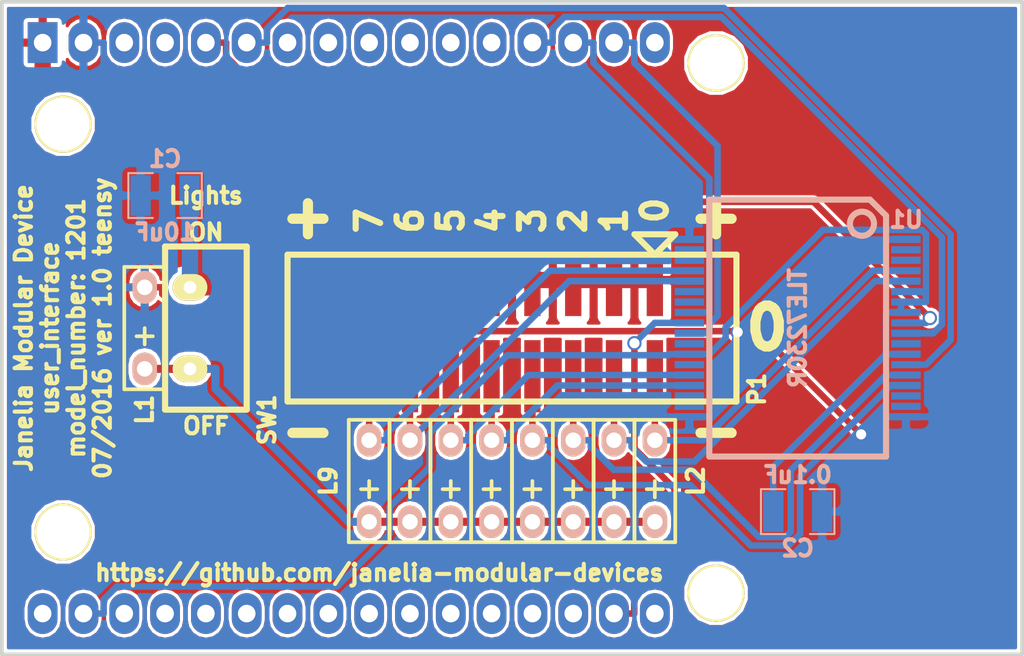
<source format=kicad_pcb>
(kicad_pcb (version 4) (host pcbnew 4.1.0-alpha+201607250105+6992~46~ubuntu16.04.1-product)

  (general
    (links 54)
    (no_connects 0)
    (area 72.39 78.105 138.430001 121.285001)
    (thickness 1.6)
    (drawings 20)
    (tracks 207)
    (zones 0)
    (modules 15)
    (nets 19)
  )

  (page A4)
  (title_block
    (title user_interface_teensy)
    (rev 1.0)
  )

  (layers
    (0 F.Cu signal hide)
    (31 B.Cu signal hide)
    (32 B.Adhes user)
    (33 F.Adhes user)
    (34 B.Paste user)
    (35 F.Paste user)
    (36 B.SilkS user)
    (37 F.SilkS user)
    (38 B.Mask user)
    (39 F.Mask user)
    (40 Dwgs.User user)
    (41 Cmts.User user)
    (42 Eco1.User user)
    (43 Eco2.User user)
    (44 Edge.Cuts user)
    (45 Margin user)
    (46 B.CrtYd user)
    (47 F.CrtYd user)
    (48 B.Fab user)
    (49 F.Fab user)
  )

  (setup
    (last_trace_width 0.254)
    (trace_clearance 0.0254)
    (zone_clearance 0.2032)
    (zone_45_only no)
    (trace_min 0.2)
    (segment_width 0.2)
    (edge_width 0.2286)
    (via_size 0.889)
    (via_drill 0.635)
    (via_min_size 0.4)
    (via_min_drill 0.3)
    (uvia_size 0.508)
    (uvia_drill 0.127)
    (uvias_allowed no)
    (uvia_min_size 0)
    (uvia_min_drill 0)
    (pcb_text_width 0.3)
    (pcb_text_size 1.5 1.5)
    (mod_edge_width 0.15)
    (mod_text_size 1 1)
    (mod_text_width 0.15)
    (pad_size 1.524 1.524)
    (pad_drill 0.762)
    (pad_to_mask_clearance 0.2)
    (aux_axis_origin 0 0)
    (visible_elements FFFFFF7F)
    (pcbplotparams
      (layerselection 0x000f0_ffffffff)
      (usegerberextensions true)
      (excludeedgelayer false)
      (linewidth 0.100000)
      (plotframeref false)
      (viasonmask false)
      (mode 1)
      (useauxorigin false)
      (hpglpennumber 1)
      (hpglpenspeed 20)
      (hpglpendiameter 15)
      (psnegative false)
      (psa4output false)
      (plotreference true)
      (plotvalue true)
      (plotinvisibletext false)
      (padsonsilk false)
      (subtractmaskfromsilk true)
      (outputformat 1)
      (mirror false)
      (drillshape 0)
      (scaleselection 1)
      (outputdirectory gerbers/))
  )

  (net 0 "")
  (net 1 GND)
  (net 2 VDD)
  (net 3 VEE)
  (net 4 /LED_PWR)
  (net 5 /OUT0)
  (net 6 /OUT1)
  (net 7 /OUT2)
  (net 8 /OUT3)
  (net 9 /OUT4)
  (net 10 /OUT5)
  (net 11 /OUT6)
  (net 12 /OUT7)
  (net 13 /RESET)
  (net 14 /PWM)
  (net 15 /CS)
  (net 16 /MOSI)
  (net 17 /MISO)
  (net 18 /SCK)

  (net_class Default "This is the default net class."
    (clearance 0.0254)
    (trace_width 0.254)
    (via_dia 0.889)
    (via_drill 0.635)
    (uvia_dia 0.508)
    (uvia_drill 0.127)
  )

  (net_class GND ""
    (clearance 0.1016)
    (trace_width 0.4064)
    (via_dia 0.889)
    (via_drill 0.635)
    (uvia_dia 0.508)
    (uvia_drill 0.127)
    (add_net GND)
  )

  (net_class LEDPOWER ""
    (clearance 0.254)
    (trace_width 0.508)
    (via_dia 0.889)
    (via_drill 0.635)
    (uvia_dia 0.508)
    (uvia_drill 0.127)
    (add_net /LED_PWR)
  )

  (net_class POWER ""
    (clearance 0.254)
    (trace_width 0.8128)
    (via_dia 0.889)
    (via_drill 0.635)
    (uvia_dia 0.508)
    (uvia_drill 0.127)
  )

  (net_class SIGNAL ""
    (clearance 0.1016)
    (trace_width 0.4064)
    (via_dia 0.889)
    (via_drill 0.635)
    (uvia_dia 0.508)
    (uvia_drill 0.127)
    (add_net /CS)
    (add_net /MISO)
    (add_net /MOSI)
    (add_net /OUT0)
    (add_net /OUT1)
    (add_net /OUT2)
    (add_net /OUT3)
    (add_net /OUT4)
    (add_net /OUT5)
    (add_net /OUT6)
    (add_net /OUT7)
    (add_net /PWM)
    (add_net /RESET)
    (add_net /SCK)
    (add_net VEE)
  )

  (net_class SUPERPOWER ""
    (clearance 0.254)
    (trace_width 1.016)
    (via_dia 0.889)
    (via_drill 0.635)
    (uvia_dia 0.508)
    (uvia_drill 0.127)
    (add_net VDD)
  )

  (module user_interface_teensy:MODULAR_DEVICE_TEENSY (layer F.Cu) (tedit 57728CF4) (tstamp 57714B7B)
    (at 95.25 99.695)
    (path /578F97F5)
    (fp_text reference MDT1 (at 0 0) (layer F.SilkS) hide
      (effects (font (size 1.016 1.016) (thickness 0.254)))
    )
    (fp_text value MODULAR_DEVICE_TEENSY_MALE (at 0 2.54) (layer F.SilkS) hide
      (effects (font (thickness 0.3048)))
    )
    (fp_line (start -21.59 -20.32) (end -21.59 20.32) (layer F.SilkS) (width 0.2286))
    (fp_line (start -21.59 20.32) (end 41.91 20.32) (layer F.SilkS) (width 0.2286))
    (fp_line (start 41.91 20.32) (end 41.91 -20.32) (layer F.SilkS) (width 0.2286))
    (fp_line (start 41.91 -20.32) (end -21.59 -20.32) (layer F.SilkS) (width 0.2286))
    (pad GND thru_hole oval (at -16.51 -17.78) (size 1.8542 2.54) (drill 1.0922) (layers *.Cu *.Mask)
      (net 1 GND))
    (pad 24 thru_hole oval (at -13.97 -17.78) (size 1.8542 2.54) (drill 1.0922) (layers *.Cu *.Mask))
    (pad VDD thru_hole rect (at -19.05 -17.78) (size 1.8542 2.54) (drill 1.0922) (layers *.Cu *.Mask)
      (net 2 VDD))
    (pad 25 thru_hole oval (at -11.43 -17.78) (size 1.8542 2.54) (drill 1.0922) (layers *.Cu *.Mask))
    (pad 2 thru_hole oval (at -8.89 -17.78) (size 1.8542 2.54) (drill 1.0922) (layers *.Cu *.Mask)
      (net 13 /RESET))
    (pad 3 thru_hole oval (at -6.35 -17.78) (size 1.8542 2.54) (drill 1.0922) (layers *.Cu *.Mask)
      (net 14 /PWM))
    (pad 4 thru_hole oval (at -3.81 -17.78) (size 1.8542 2.54) (drill 1.0922) (layers *.Cu *.Mask))
    (pad 5 thru_hole oval (at -1.27 -17.78) (size 1.8542 2.54) (drill 1.0922) (layers *.Cu *.Mask))
    (pad 6 thru_hole oval (at 1.27 -17.78) (size 1.8542 2.54) (drill 1.0922) (layers *.Cu *.Mask))
    (pad 30 thru_hole oval (at 3.81 -17.78) (size 1.8542 2.54) (drill 1.0922) (layers *.Cu *.Mask))
    (pad 29 thru_hole oval (at 6.35 -17.78) (size 1.8542 2.54) (drill 1.0922) (layers *.Cu *.Mask))
    (pad 9 thru_hole oval (at 8.89 -17.78) (size 1.8542 2.54) (drill 1.0922) (layers *.Cu *.Mask))
    (pad 10 thru_hole oval (at 11.43 -17.78) (size 1.8542 2.54) (drill 1.0922) (layers *.Cu *.Mask)
      (net 15 /CS))
    (pad 11 thru_hole oval (at 13.97 -17.78) (size 1.8542 2.54) (drill 1.0922) (layers *.Cu *.Mask)
      (net 16 /MOSI))
    (pad 12 thru_hole oval (at 16.51 -17.78) (size 1.8542 2.54) (drill 1.0922) (layers *.Cu *.Mask)
      (net 17 /MISO))
    (pad 28 thru_hole oval (at 19.05 -17.78) (size 1.8542 2.54) (drill 1.0922) (layers *.Cu *.Mask))
    (pad DAC thru_hole oval (at 19.05 17.78) (size 1.8542 2.54) (drill 1.0922) (layers *.Cu *.Mask))
    (pad 13 thru_hole oval (at 16.51 17.78) (size 1.8542 2.54) (drill 1.0922) (layers *.Cu *.Mask)
      (net 18 /SCK))
    (pad 14 thru_hole oval (at 13.97 17.78) (size 1.8542 2.54) (drill 1.0922) (layers *.Cu *.Mask))
    (pad 15 thru_hole oval (at 11.43 17.78) (size 1.8542 2.54) (drill 1.0922) (layers *.Cu *.Mask))
    (pad 16 thru_hole oval (at 8.89 17.78) (size 1.8542 2.54) (drill 1.0922) (layers *.Cu *.Mask))
    (pad 17 thru_hole oval (at 6.35 17.78) (size 1.8542 2.54) (drill 1.0922) (layers *.Cu *.Mask))
    (pad 18 thru_hole oval (at 3.81 17.78) (size 1.8542 2.54) (drill 1.0922) (layers *.Cu *.Mask))
    (pad 19 thru_hole oval (at 1.27 17.78) (size 1.8542 2.54) (drill 1.0922) (layers *.Cu *.Mask))
    (pad 20 thru_hole oval (at -1.27 17.78) (size 1.8542 2.54) (drill 1.0922) (layers *.Cu *.Mask))
    (pad 21 thru_hole oval (at -3.81 17.78) (size 1.8542 2.54) (drill 1.0922) (layers *.Cu *.Mask))
    (pad 22 thru_hole oval (at -6.35 17.78) (size 1.8542 2.54) (drill 1.0922) (layers *.Cu *.Mask))
    (pad 23 thru_hole oval (at -8.89 17.78) (size 1.8542 2.54) (drill 1.0922) (layers *.Cu *.Mask))
    (pad 3V3 thru_hole oval (at -11.43 17.78) (size 1.8542 2.54) (drill 1.0922) (layers *.Cu *.Mask))
    (pad AGND thru_hole oval (at -13.97 17.78) (size 1.8542 2.54) (drill 1.0922) (layers *.Cu *.Mask))
    (pad VEE thru_hole oval (at -16.51 17.78) (size 1.8542 2.54) (drill 1.0922) (layers *.Cu *.Mask)
      (net 3 VEE))
    (pad AREF thru_hole oval (at -19.05 17.78) (size 1.8542 2.54) (drill 1.0922) (layers *.Cu *.Mask))
    (pad "" thru_hole circle (at -17.78 -12.7) (size 3.556 3.556) (drill 3.302) (layers *.Cu *.Mask F.SilkS))
    (pad "" thru_hole circle (at -17.78 12.7) (size 3.556 3.556) (drill 3.302) (layers *.Cu *.Mask F.SilkS))
    (pad "" thru_hole circle (at 22.86 16.51) (size 3.556 3.556) (drill 3.302) (layers *.Cu *.Mask F.SilkS))
    (pad "" thru_hole circle (at 22.86 -16.51) (size 3.556 3.556) (drill 3.302) (layers *.Cu *.Mask F.SilkS))
  )

  (module user_interface_teensy:SM1210 (layer B.Cu) (tedit 5481F170) (tstamp 5751D183)
    (at 83.82 91.44 180)
    (tags "CMS SM")
    (path /578FA17B)
    (attr smd)
    (fp_text reference C1 (at 0 2.286 180) (layer B.SilkS)
      (effects (font (size 1.016 1.016) (thickness 0.254)) (justify mirror))
    )
    (fp_text value 10uF (at 0 -2.286 180) (layer B.SilkS)
      (effects (font (size 1.016 1.016) (thickness 0.254)) (justify mirror))
    )
    (fp_line (start -0.762 1.397) (end -2.286 1.397) (layer B.SilkS) (width 0.127))
    (fp_line (start -2.286 1.397) (end -2.286 -1.397) (layer B.SilkS) (width 0.127))
    (fp_line (start -2.286 -1.397) (end -0.762 -1.397) (layer B.SilkS) (width 0.127))
    (fp_line (start 0.762 -1.397) (end 2.286 -1.397) (layer B.SilkS) (width 0.127))
    (fp_line (start 2.286 -1.397) (end 2.286 1.397) (layer B.SilkS) (width 0.127))
    (fp_line (start 2.286 1.397) (end 0.762 1.397) (layer B.SilkS) (width 0.127))
    (pad 1 smd rect (at -1.524 0 180) (size 1.27 2.54) (layers B.Cu B.Paste B.Mask)
      (net 2 VDD))
    (pad 2 smd rect (at 1.524 0 180) (size 1.27 2.54) (layers B.Cu B.Paste B.Mask)
      (net 1 GND))
    (model smd/chip_cms.wrl
      (at (xyz 0 0 0))
      (scale (xyz 0.17 0.2 0.17))
      (rotate (xyz 0 0 0))
    )
  )

  (module user_interface_teensy:SM1210 (layer B.Cu) (tedit 5481F170) (tstamp 5751D18F)
    (at 123.19 111.125)
    (tags "CMS SM")
    (path /578D3F4C)
    (attr smd)
    (fp_text reference C2 (at 0 2.286) (layer B.SilkS)
      (effects (font (size 1.016 1.016) (thickness 0.254)) (justify mirror))
    )
    (fp_text value 0.1uF (at 0 -2.286) (layer B.SilkS)
      (effects (font (size 1.016 1.016) (thickness 0.254)) (justify mirror))
    )
    (fp_line (start -0.762 1.397) (end -2.286 1.397) (layer B.SilkS) (width 0.127))
    (fp_line (start -2.286 1.397) (end -2.286 -1.397) (layer B.SilkS) (width 0.127))
    (fp_line (start -2.286 -1.397) (end -0.762 -1.397) (layer B.SilkS) (width 0.127))
    (fp_line (start 0.762 -1.397) (end 2.286 -1.397) (layer B.SilkS) (width 0.127))
    (fp_line (start 2.286 -1.397) (end 2.286 1.397) (layer B.SilkS) (width 0.127))
    (fp_line (start 2.286 1.397) (end 0.762 1.397) (layer B.SilkS) (width 0.127))
    (pad 1 smd rect (at -1.524 0) (size 1.27 2.54) (layers B.Cu B.Paste B.Mask)
      (net 3 VEE))
    (pad 2 smd rect (at 1.524 0) (size 1.27 2.54) (layers B.Cu B.Paste B.Mask)
      (net 1 GND))
    (model smd/chip_cms.wrl
      (at (xyz 0 0 0))
      (scale (xyz 0.17 0.2 0.17))
      (rotate (xyz 0 0 0))
    )
  )

  (module user_interface_teensy:LED_555-3XXX (layer F.Cu) (tedit 578FC60A) (tstamp 578F9934)
    (at 82.55 99.695 180)
    (path /578D4B9A)
    (fp_text reference L1 (at 0 -5.08 90) (layer F.SilkS)
      (effects (font (size 1.016 1.016) (thickness 0.254)))
    )
    (fp_text value LED_24V (at 0 4.826 180) (layer F.SilkS) hide
      (effects (font (size 1.016 1.016) (thickness 0.254)))
    )
    (fp_line (start -0.508 -0.508) (end 0.508 -0.508) (layer F.SilkS) (width 0.2286))
    (fp_line (start 0 0) (end 0 -1.016) (layer F.SilkS) (width 0.2286))
    (fp_line (start -1.27 -3.81) (end 1.27 -3.81) (layer F.SilkS) (width 0.2286))
    (fp_line (start 1.27 -3.81) (end 1.27 3.81) (layer F.SilkS) (width 0.2286))
    (fp_line (start 1.27 3.81) (end -1.27 3.81) (layer F.SilkS) (width 0.2286))
    (fp_line (start -1.27 3.81) (end -1.27 -3.81) (layer F.SilkS) (width 0.2286))
    (pad 1 thru_hole oval (at 0 -2.54 180) (size 1.524 2.032) (drill 0.9652) (layers *.Cu *.SilkS *.Mask)
      (net 4 /LED_PWR))
    (pad 2 thru_hole oval (at 0 2.54 180) (size 1.524 2.032) (drill 0.9652) (layers *.Cu *.SilkS *.Mask)
      (net 1 GND))
  )

  (module user_interface_teensy:LED_555-3XXX (layer F.Cu) (tedit 578FC2C3) (tstamp 578F9940)
    (at 114.3 109.22 180)
    (path /578D474F)
    (fp_text reference L2 (at -2.54 0 90) (layer F.SilkS)
      (effects (font (size 1.016 1.016) (thickness 0.254)))
    )
    (fp_text value LED_24V (at 0 4.826 180) (layer F.SilkS) hide
      (effects (font (size 1.016 1.016) (thickness 0.254)))
    )
    (fp_line (start -0.508 -0.508) (end 0.508 -0.508) (layer F.SilkS) (width 0.2286))
    (fp_line (start 0 0) (end 0 -1.016) (layer F.SilkS) (width 0.2286))
    (fp_line (start -1.27 -3.81) (end 1.27 -3.81) (layer F.SilkS) (width 0.2286))
    (fp_line (start 1.27 -3.81) (end 1.27 3.81) (layer F.SilkS) (width 0.2286))
    (fp_line (start 1.27 3.81) (end -1.27 3.81) (layer F.SilkS) (width 0.2286))
    (fp_line (start -1.27 3.81) (end -1.27 -3.81) (layer F.SilkS) (width 0.2286))
    (pad 1 thru_hole oval (at 0 -2.54 180) (size 1.524 2.032) (drill 0.9652) (layers *.Cu *.SilkS *.Mask)
      (net 4 /LED_PWR))
    (pad 2 thru_hole oval (at 0 2.54 180) (size 1.524 2.032) (drill 0.9652) (layers *.Cu *.SilkS *.Mask)
      (net 5 /OUT0))
  )

  (module user_interface_teensy:LED_555-3XXX (layer F.Cu) (tedit 578FC2D0) (tstamp 578F994C)
    (at 111.76 109.22 180)
    (path /578D495D)
    (fp_text reference L3 (at 0 -5.842 270) (layer F.SilkS) hide
      (effects (font (size 1.016 1.016) (thickness 0.254)))
    )
    (fp_text value LED_24V (at 0 4.826 180) (layer F.SilkS) hide
      (effects (font (size 1.016 1.016) (thickness 0.254)))
    )
    (fp_line (start -0.508 -0.508) (end 0.508 -0.508) (layer F.SilkS) (width 0.2286))
    (fp_line (start 0 0) (end 0 -1.016) (layer F.SilkS) (width 0.2286))
    (fp_line (start -1.27 -3.81) (end 1.27 -3.81) (layer F.SilkS) (width 0.2286))
    (fp_line (start 1.27 -3.81) (end 1.27 3.81) (layer F.SilkS) (width 0.2286))
    (fp_line (start 1.27 3.81) (end -1.27 3.81) (layer F.SilkS) (width 0.2286))
    (fp_line (start -1.27 3.81) (end -1.27 -3.81) (layer F.SilkS) (width 0.2286))
    (pad 1 thru_hole oval (at 0 -2.54 180) (size 1.524 2.032) (drill 0.9652) (layers *.Cu *.SilkS *.Mask)
      (net 4 /LED_PWR))
    (pad 2 thru_hole oval (at 0 2.54 180) (size 1.524 2.032) (drill 0.9652) (layers *.Cu *.SilkS *.Mask)
      (net 6 /OUT1))
  )

  (module user_interface_teensy:LED_555-3XXX (layer F.Cu) (tedit 578FC2D6) (tstamp 578F9958)
    (at 109.22 109.22 180)
    (path /578D49BB)
    (fp_text reference L4 (at 0 -5.842 270) (layer F.SilkS) hide
      (effects (font (size 1.016 1.016) (thickness 0.254)))
    )
    (fp_text value LED_24V (at 0 4.826 180) (layer F.SilkS) hide
      (effects (font (size 1.016 1.016) (thickness 0.254)))
    )
    (fp_line (start -0.508 -0.508) (end 0.508 -0.508) (layer F.SilkS) (width 0.2286))
    (fp_line (start 0 0) (end 0 -1.016) (layer F.SilkS) (width 0.2286))
    (fp_line (start -1.27 -3.81) (end 1.27 -3.81) (layer F.SilkS) (width 0.2286))
    (fp_line (start 1.27 -3.81) (end 1.27 3.81) (layer F.SilkS) (width 0.2286))
    (fp_line (start 1.27 3.81) (end -1.27 3.81) (layer F.SilkS) (width 0.2286))
    (fp_line (start -1.27 3.81) (end -1.27 -3.81) (layer F.SilkS) (width 0.2286))
    (pad 1 thru_hole oval (at 0 -2.54 180) (size 1.524 2.032) (drill 0.9652) (layers *.Cu *.SilkS *.Mask)
      (net 4 /LED_PWR))
    (pad 2 thru_hole oval (at 0 2.54 180) (size 1.524 2.032) (drill 0.9652) (layers *.Cu *.SilkS *.Mask)
      (net 7 /OUT2))
  )

  (module user_interface_teensy:LED_555-3XXX (layer F.Cu) (tedit 578FC2D9) (tstamp 578F9964)
    (at 106.68 109.22 180)
    (path /578D49F0)
    (fp_text reference L5 (at 0 -5.842 270) (layer F.SilkS) hide
      (effects (font (size 1.016 1.016) (thickness 0.254)))
    )
    (fp_text value LED_24V (at 0 4.826 180) (layer F.SilkS) hide
      (effects (font (size 1.016 1.016) (thickness 0.254)))
    )
    (fp_line (start -0.508 -0.508) (end 0.508 -0.508) (layer F.SilkS) (width 0.2286))
    (fp_line (start 0 0) (end 0 -1.016) (layer F.SilkS) (width 0.2286))
    (fp_line (start -1.27 -3.81) (end 1.27 -3.81) (layer F.SilkS) (width 0.2286))
    (fp_line (start 1.27 -3.81) (end 1.27 3.81) (layer F.SilkS) (width 0.2286))
    (fp_line (start 1.27 3.81) (end -1.27 3.81) (layer F.SilkS) (width 0.2286))
    (fp_line (start -1.27 3.81) (end -1.27 -3.81) (layer F.SilkS) (width 0.2286))
    (pad 1 thru_hole oval (at 0 -2.54 180) (size 1.524 2.032) (drill 0.9652) (layers *.Cu *.SilkS *.Mask)
      (net 4 /LED_PWR))
    (pad 2 thru_hole oval (at 0 2.54 180) (size 1.524 2.032) (drill 0.9652) (layers *.Cu *.SilkS *.Mask)
      (net 8 /OUT3))
  )

  (module user_interface_teensy:LED_555-3XXX (layer F.Cu) (tedit 578FC2DD) (tstamp 578F9970)
    (at 104.14 109.22 180)
    (path /578D4A30)
    (fp_text reference L6 (at 0 -5.842 270) (layer F.SilkS) hide
      (effects (font (size 1.016 1.016) (thickness 0.254)))
    )
    (fp_text value LED_24V (at 0 4.826 180) (layer F.SilkS) hide
      (effects (font (size 1.016 1.016) (thickness 0.254)))
    )
    (fp_line (start -0.508 -0.508) (end 0.508 -0.508) (layer F.SilkS) (width 0.2286))
    (fp_line (start 0 0) (end 0 -1.016) (layer F.SilkS) (width 0.2286))
    (fp_line (start -1.27 -3.81) (end 1.27 -3.81) (layer F.SilkS) (width 0.2286))
    (fp_line (start 1.27 -3.81) (end 1.27 3.81) (layer F.SilkS) (width 0.2286))
    (fp_line (start 1.27 3.81) (end -1.27 3.81) (layer F.SilkS) (width 0.2286))
    (fp_line (start -1.27 3.81) (end -1.27 -3.81) (layer F.SilkS) (width 0.2286))
    (pad 1 thru_hole oval (at 0 -2.54 180) (size 1.524 2.032) (drill 0.9652) (layers *.Cu *.SilkS *.Mask)
      (net 4 /LED_PWR))
    (pad 2 thru_hole oval (at 0 2.54 180) (size 1.524 2.032) (drill 0.9652) (layers *.Cu *.SilkS *.Mask)
      (net 9 /OUT4))
  )

  (module user_interface_teensy:LED_555-3XXX (layer F.Cu) (tedit 578FC2E2) (tstamp 578F997C)
    (at 101.6 109.22 180)
    (path /578D4A73)
    (fp_text reference L7 (at 0 -5.842 270) (layer F.SilkS) hide
      (effects (font (size 1.016 1.016) (thickness 0.254)))
    )
    (fp_text value LED_24V (at 0 4.826 180) (layer F.SilkS) hide
      (effects (font (size 1.016 1.016) (thickness 0.254)))
    )
    (fp_line (start -0.508 -0.508) (end 0.508 -0.508) (layer F.SilkS) (width 0.2286))
    (fp_line (start 0 0) (end 0 -1.016) (layer F.SilkS) (width 0.2286))
    (fp_line (start -1.27 -3.81) (end 1.27 -3.81) (layer F.SilkS) (width 0.2286))
    (fp_line (start 1.27 -3.81) (end 1.27 3.81) (layer F.SilkS) (width 0.2286))
    (fp_line (start 1.27 3.81) (end -1.27 3.81) (layer F.SilkS) (width 0.2286))
    (fp_line (start -1.27 3.81) (end -1.27 -3.81) (layer F.SilkS) (width 0.2286))
    (pad 1 thru_hole oval (at 0 -2.54 180) (size 1.524 2.032) (drill 0.9652) (layers *.Cu *.SilkS *.Mask)
      (net 4 /LED_PWR))
    (pad 2 thru_hole oval (at 0 2.54 180) (size 1.524 2.032) (drill 0.9652) (layers *.Cu *.SilkS *.Mask)
      (net 10 /OUT5))
  )

  (module user_interface_teensy:LED_555-3XXX (layer F.Cu) (tedit 578FC2E6) (tstamp 578F9988)
    (at 99.06 109.22 180)
    (path /578D4AB5)
    (fp_text reference L8 (at 0 -5.842 270) (layer F.SilkS) hide
      (effects (font (size 1.016 1.016) (thickness 0.254)))
    )
    (fp_text value LED_24V (at 0 4.826 180) (layer F.SilkS) hide
      (effects (font (size 1.016 1.016) (thickness 0.254)))
    )
    (fp_line (start -0.508 -0.508) (end 0.508 -0.508) (layer F.SilkS) (width 0.2286))
    (fp_line (start 0 0) (end 0 -1.016) (layer F.SilkS) (width 0.2286))
    (fp_line (start -1.27 -3.81) (end 1.27 -3.81) (layer F.SilkS) (width 0.2286))
    (fp_line (start 1.27 -3.81) (end 1.27 3.81) (layer F.SilkS) (width 0.2286))
    (fp_line (start 1.27 3.81) (end -1.27 3.81) (layer F.SilkS) (width 0.2286))
    (fp_line (start -1.27 3.81) (end -1.27 -3.81) (layer F.SilkS) (width 0.2286))
    (pad 1 thru_hole oval (at 0 -2.54 180) (size 1.524 2.032) (drill 0.9652) (layers *.Cu *.SilkS *.Mask)
      (net 4 /LED_PWR))
    (pad 2 thru_hole oval (at 0 2.54 180) (size 1.524 2.032) (drill 0.9652) (layers *.Cu *.SilkS *.Mask)
      (net 11 /OUT6))
  )

  (module user_interface_teensy:LED_555-3XXX (layer F.Cu) (tedit 578FC2CA) (tstamp 578F9994)
    (at 96.52 109.22 180)
    (path /578D4AF6)
    (fp_text reference L9 (at 2.54 0 90) (layer F.SilkS)
      (effects (font (size 1.016 1.016) (thickness 0.254)))
    )
    (fp_text value LED_24V (at 0 4.826 180) (layer F.SilkS) hide
      (effects (font (size 1.016 1.016) (thickness 0.254)))
    )
    (fp_line (start -0.508 -0.508) (end 0.508 -0.508) (layer F.SilkS) (width 0.2286))
    (fp_line (start 0 0) (end 0 -1.016) (layer F.SilkS) (width 0.2286))
    (fp_line (start -1.27 -3.81) (end 1.27 -3.81) (layer F.SilkS) (width 0.2286))
    (fp_line (start 1.27 -3.81) (end 1.27 3.81) (layer F.SilkS) (width 0.2286))
    (fp_line (start 1.27 3.81) (end -1.27 3.81) (layer F.SilkS) (width 0.2286))
    (fp_line (start -1.27 3.81) (end -1.27 -3.81) (layer F.SilkS) (width 0.2286))
    (pad 1 thru_hole oval (at 0 -2.54 180) (size 1.524 2.032) (drill 0.9652) (layers *.Cu *.SilkS *.Mask)
      (net 4 /LED_PWR))
    (pad 2 thru_hole oval (at 0 2.54 180) (size 1.524 2.032) (drill 0.9652) (layers *.Cu *.SilkS *.Mask)
      (net 12 /OUT7))
  )

  (module user_interface_teensy:HEADER_02x08_SMD (layer F.Cu) (tedit 578FC7D1) (tstamp 578F9995)
    (at 105.41 99.695)
    (path /578D30F0)
    (fp_text reference P1 (at 15.24 3.81 90) (layer F.SilkS)
      (effects (font (size 1.016 1.016) (thickness 0.254)))
    )
    (fp_text value HEADER_02X08_SMD (at 0 6.35) (layer F.SilkS) hide
      (effects (font (size 1.016 1.016) (thickness 0.254)))
    )
    (fp_line (start 13.97 -4.572) (end -13.97 -4.572) (layer F.SilkS) (width 0.381))
    (fp_line (start -13.97 -4.572) (end -13.97 4.572) (layer F.SilkS) (width 0.381))
    (fp_line (start -13.97 4.572) (end 13.97 4.572) (layer F.SilkS) (width 0.381))
    (fp_line (start 13.97 -4.572) (end 13.97 4.572) (layer F.SilkS) (width 0.381))
    (fp_line (start 8.89 -4.572) (end 10.16 -5.842) (layer F.SilkS) (width 0.381))
    (fp_line (start 10.16 -5.842) (end 7.62 -5.842) (layer F.SilkS) (width 0.381))
    (fp_line (start 7.62 -5.842) (end 8.89 -4.572) (layer F.SilkS) (width 0.381))
    (pad 1 smd rect (at 8.89 -2.9972) (size 1.016 4.4958) (layers F.Cu F.Paste F.Mask)
      (net 2 VDD))
    (pad 2 smd rect (at 8.89 2.9972) (size 1.016 4.4958) (layers F.Cu F.Paste F.Mask)
      (net 5 /OUT0))
    (pad 3 smd rect (at 6.35 -2.9972) (size 1.016 4.4958) (layers F.Cu F.Paste F.Mask)
      (net 2 VDD))
    (pad 4 smd rect (at 6.35 2.9972) (size 1.016 4.4958) (layers F.Cu F.Paste F.Mask)
      (net 6 /OUT1))
    (pad 5 smd rect (at 3.81 -2.9972) (size 1.016 4.4958) (layers F.Cu F.Paste F.Mask)
      (net 2 VDD))
    (pad 6 smd rect (at 3.81 2.9972) (size 1.016 4.4958) (layers F.Cu F.Paste F.Mask)
      (net 7 /OUT2))
    (pad 7 smd rect (at 1.27 -2.9972) (size 1.016 4.4958) (layers F.Cu F.Paste F.Mask)
      (net 2 VDD))
    (pad 8 smd rect (at 1.27 2.9972) (size 1.016 4.4958) (layers F.Cu F.Paste F.Mask)
      (net 8 /OUT3))
    (pad 9 smd rect (at -1.27 -2.9972) (size 1.016 4.4958) (layers F.Cu F.Paste F.Mask)
      (net 2 VDD))
    (pad 10 smd rect (at -1.27 2.9972) (size 1.016 4.4958) (layers F.Cu F.Paste F.Mask)
      (net 9 /OUT4))
    (pad 11 smd rect (at -3.81 -2.9972) (size 1.016 4.4958) (layers F.Cu F.Paste F.Mask)
      (net 2 VDD))
    (pad 12 smd rect (at -3.81 2.9972) (size 1.016 4.4958) (layers F.Cu F.Paste F.Mask)
      (net 10 /OUT5))
    (pad 13 smd rect (at -6.35 -2.9972) (size 1.016 4.4958) (layers F.Cu F.Paste F.Mask)
      (net 2 VDD))
    (pad 14 smd rect (at -6.35 2.9972) (size 1.016 4.4958) (layers F.Cu F.Paste F.Mask)
      (net 11 /OUT6))
    (pad 15 smd rect (at -8.89 -2.9972) (size 1.016 4.4958) (layers F.Cu F.Paste F.Mask)
      (net 2 VDD))
    (pad 16 smd rect (at -8.89 2.9972) (size 1.016 4.4958) (layers F.Cu F.Paste F.Mask)
      (net 12 /OUT7))
  )

  (module user_interface_teensy:SPST_SLIDE_AS (layer F.Cu) (tedit 578FC5FA) (tstamp 578F99AF)
    (at 86.36 99.695)
    (path /578D4BFB)
    (fp_text reference SW1 (at 3.81 5.715 90) (layer F.SilkS)
      (effects (font (size 1.016 1.016) (thickness 0.254)))
    )
    (fp_text value SPST_SLIDE_AS (at 3.81 0 90) (layer F.SilkS) hide
      (effects (font (size 1.016 1.016) (thickness 0.254)))
    )
    (fp_text user OFF (at 0 6.096) (layer F.SilkS)
      (effects (font (size 1.016 1.016) (thickness 0.254)))
    )
    (fp_text user ON (at 0 -5.969) (layer F.SilkS)
      (effects (font (size 1.016 1.016) (thickness 0.254)))
    )
    (fp_line (start -2.54 -5.08) (end 2.54 -5.08) (layer F.SilkS) (width 0.381))
    (fp_line (start 2.54 -5.08) (end 2.54 5.08) (layer F.SilkS) (width 0.381))
    (fp_line (start 2.54 5.08) (end -2.54 5.08) (layer F.SilkS) (width 0.381))
    (fp_line (start -2.54 5.08) (end -2.54 -5.08) (layer F.SilkS) (width 0.381))
    (pad 1 thru_hole oval (at -0.9906 -2.54) (size 2.159 1.651) (drill 0.7874) (layers *.Cu *.Mask F.SilkS)
      (net 2 VDD))
    (pad 3 thru_hole oval (at -0.9906 2.54) (size 2.159 1.651) (drill 0.7874) (layers *.Cu *.Mask F.SilkS)
      (net 4 /LED_PWR))
  )

  (module user_interface_teensy:PG-DSO-36 (layer B.Cu) (tedit 56D850C7) (tstamp 578F99E7)
    (at 123.19 99.695 270)
    (path /578D35FA)
    (fp_text reference U1 (at -6.75 -6.75 180) (layer B.SilkS)
      (effects (font (size 1.016 1.016) (thickness 0.254)) (justify mirror))
    )
    (fp_text value TLE7230R (at 0 0 90) (layer B.SilkS)
      (effects (font (size 1.016 1.016) (thickness 0.254)) (justify mirror))
    )
    (fp_circle (center -6.5 -4) (end -6.5 -3.25) (layer B.SilkS) (width 0.381))
    (fp_line (start -7 -5.5) (end 8 -5.5) (layer B.SilkS) (width 0.381))
    (fp_line (start 8 -5.5) (end 8 5.5) (layer B.SilkS) (width 0.381))
    (fp_line (start 8 5.5) (end -8 5.5) (layer B.SilkS) (width 0.381))
    (fp_line (start -8 5.5) (end -8 -4.5) (layer B.SilkS) (width 0.381))
    (fp_line (start -8 -4.5) (end -7 -5.5) (layer B.SilkS) (width 0.381))
    (pad 1 smd rect (at -5.525 -6.74 270) (size 0.45 1.83) (layers B.Cu B.Paste B.Mask)
      (net 1 GND) (solder_mask_margin 0.05) (clearance 0.05))
    (pad 2 smd rect (at -4.875 -6.74 270) (size 0.45 1.83) (layers B.Cu B.Paste B.Mask)
      (solder_mask_margin 0.05) (clearance 0.05))
    (pad 3 smd rect (at -4.225 -6.74 270) (size 0.45 1.83) (layers B.Cu B.Paste B.Mask)
      (solder_mask_margin 0.05) (clearance 0.05))
    (pad 4 smd rect (at -3.575 -6.74 270) (size 0.45 1.83) (layers B.Cu B.Paste B.Mask)
      (net 5 /OUT0) (solder_mask_margin 0.05) (clearance 0.05))
    (pad 5 smd rect (at -2.925 -6.74 270) (size 0.45 1.83) (layers B.Cu B.Paste B.Mask)
      (net 6 /OUT1) (solder_mask_margin 0.05) (clearance 0.05))
    (pad 6 smd rect (at -2.275 -6.74 270) (size 0.45 1.83) (layers B.Cu B.Paste B.Mask)
      (net 3 VEE) (solder_mask_margin 0.05) (clearance 0.05))
    (pad 7 smd rect (at -1.625 -6.74 270) (size 0.45 1.83) (layers B.Cu B.Paste B.Mask)
      (net 3 VEE) (solder_mask_margin 0.05) (clearance 0.05))
    (pad 8 smd rect (at -0.975 -6.74 270) (size 0.45 1.83) (layers B.Cu B.Paste B.Mask)
      (net 3 VEE) (solder_mask_margin 0.05) (clearance 0.05))
    (pad 9 smd rect (at -0.325 -6.74 270) (size 0.45 1.83) (layers B.Cu B.Paste B.Mask)
      (net 13 /RESET) (solder_mask_margin 0.05) (clearance 0.05))
    (pad 10 smd rect (at 0.325 -6.74 270) (size 0.45 1.83) (layers B.Cu B.Paste B.Mask)
      (net 15 /CS) (solder_mask_margin 0.05) (clearance 0.05))
    (pad 11 smd rect (at 0.975 -6.74 270) (size 0.45 1.83) (layers B.Cu B.Paste B.Mask)
      (solder_mask_margin 0.05) (clearance 0.05))
    (pad 12 smd rect (at 1.625 -6.74 270) (size 0.45 1.83) (layers B.Cu B.Paste B.Mask)
      (net 3 VEE) (solder_mask_margin 0.05) (clearance 0.05))
    (pad 13 smd rect (at 2.275 -6.74 270) (size 0.45 1.83) (layers B.Cu B.Paste B.Mask)
      (net 14 /PWM) (solder_mask_margin 0.05) (clearance 0.05))
    (pad 14 smd rect (at 2.925 -6.74 270) (size 0.45 1.83) (layers B.Cu B.Paste B.Mask)
      (net 7 /OUT2) (solder_mask_margin 0.05) (clearance 0.05))
    (pad 15 smd rect (at 3.575 -6.74 270) (size 0.45 1.83) (layers B.Cu B.Paste B.Mask)
      (net 8 /OUT3) (solder_mask_margin 0.05) (clearance 0.05))
    (pad 16 smd rect (at 4.225 -6.74 270) (size 0.45 1.83) (layers B.Cu B.Paste B.Mask)
      (solder_mask_margin 0.05) (clearance 0.05))
    (pad 17 smd rect (at 4.875 -6.74 270) (size 0.45 1.83) (layers B.Cu B.Paste B.Mask)
      (solder_mask_margin 0.05) (clearance 0.05))
    (pad 18 smd rect (at 5.525 -6.74 270) (size 0.45 1.83) (layers B.Cu B.Paste B.Mask)
      (net 1 GND) (solder_mask_margin 0.05) (clearance 0.05))
    (pad 19 smd rect (at 5.525 6.74 270) (size 0.45 1.83) (layers B.Cu B.Paste B.Mask)
      (net 1 GND) (solder_mask_margin 0.05) (clearance 0.05))
    (pad 20 smd rect (at 4.875 6.74 270) (size 0.45 1.83) (layers B.Cu B.Paste B.Mask)
      (solder_mask_margin 0.05) (clearance 0.05))
    (pad 21 smd rect (at 4.225 6.74 270) (size 0.45 1.83) (layers B.Cu B.Paste B.Mask)
      (solder_mask_margin 0.05) (clearance 0.05))
    (pad 22 smd rect (at 3.575 6.74 270) (size 0.45 1.83) (layers B.Cu B.Paste B.Mask)
      (net 9 /OUT4) (solder_mask_margin 0.05) (clearance 0.05))
    (pad 23 smd rect (at 2.925 6.74 270) (size 0.45 1.83) (layers B.Cu B.Paste B.Mask)
      (net 10 /OUT5) (solder_mask_margin 0.05) (clearance 0.05))
    (pad 24 smd rect (at 2.275 6.74 270) (size 0.45 1.83) (layers B.Cu B.Paste B.Mask)
      (solder_mask_margin 0.05) (clearance 0.05))
    (pad 25 smd rect (at 1.625 6.74 270) (size 0.45 1.83) (layers B.Cu B.Paste B.Mask)
      (net 3 VEE) (solder_mask_margin 0.05) (clearance 0.05))
    (pad 26 smd rect (at 0.975 6.74 270) (size 0.45 1.83) (layers B.Cu B.Paste B.Mask)
      (solder_mask_margin 0.05) (clearance 0.05))
    (pad 27 smd rect (at 0.325 6.74 270) (size 0.45 1.83) (layers B.Cu B.Paste B.Mask)
      (net 17 /MISO) (solder_mask_margin 0.05) (clearance 0.05))
    (pad 28 smd rect (at -0.325 6.74 270) (size 0.45 1.83) (layers B.Cu B.Paste B.Mask)
      (net 18 /SCK) (solder_mask_margin 0.05) (clearance 0.05))
    (pad 29 smd rect (at -0.975 6.74 270) (size 0.45 1.83) (layers B.Cu B.Paste B.Mask)
      (net 16 /MOSI) (solder_mask_margin 0.05) (clearance 0.05))
    (pad 30 smd rect (at -1.625 6.74 270) (size 0.45 1.83) (layers B.Cu B.Paste B.Mask)
      (solder_mask_margin 0.05) (clearance 0.05))
    (pad 31 smd rect (at -2.275 6.74 270) (size 0.45 1.83) (layers B.Cu B.Paste B.Mask)
      (solder_mask_margin 0.05) (clearance 0.05))
    (pad 32 smd rect (at -2.925 6.74 270) (size 0.45 1.83) (layers B.Cu B.Paste B.Mask)
      (net 11 /OUT6) (solder_mask_margin 0.05) (clearance 0.05))
    (pad 33 smd rect (at -3.575 6.74 270) (size 0.45 1.83) (layers B.Cu B.Paste B.Mask)
      (net 12 /OUT7) (solder_mask_margin 0.05) (clearance 0.05))
    (pad 34 smd rect (at -4.225 6.74 270) (size 0.45 1.83) (layers B.Cu B.Paste B.Mask)
      (solder_mask_margin 0.05) (clearance 0.05))
    (pad 35 smd rect (at -4.875 6.74 270) (size 0.45 1.83) (layers B.Cu B.Paste B.Mask)
      (solder_mask_margin 0.05) (clearance 0.05))
    (pad 36 smd rect (at -5.525 6.74 270) (size 0.45 1.83) (layers B.Cu B.Paste B.Mask)
      (net 1 GND) (solder_mask_margin 0.05) (clearance 0.05))
  )

  (gr_text 0 (at 121.285 99.695) (layer F.SilkS)
    (effects (font (size 2.54 2.54) (thickness 0.635)))
  )
  (gr_text https://github.com/janelia-modular-devices (at 97.155 114.935) (layer F.SilkS)
    (effects (font (size 1.016 1.016) (thickness 0.254)))
  )
  (gr_text - (at 118.11 106.045) (layer F.SilkS)
    (effects (font (size 2.54 2.54) (thickness 0.635)))
  )
  (gr_text - (at 92.71 106.045) (layer F.SilkS)
    (effects (font (size 2.54 2.54) (thickness 0.635)))
  )
  (gr_text + (at 92.71 92.71) (layer F.SilkS)
    (effects (font (size 2.54 2.54) (thickness 0.635)))
  )
  (gr_text + (at 118.11 92.71) (layer F.SilkS)
    (effects (font (size 2.54 2.54) (thickness 0.635)))
  )
  (gr_text Lights (at 86.36 91.44) (layer F.SilkS)
    (effects (font (size 1.016 1.016) (thickness 0.254)))
  )
  (gr_text 7 (at 96.52 93.98 90) (layer F.SilkS)
    (effects (font (thickness 0.381)) (justify left))
  )
  (gr_text 6 (at 99.06 93.98 90) (layer F.SilkS)
    (effects (font (thickness 0.381)) (justify left))
  )
  (gr_text 5 (at 101.6 93.98 90) (layer F.SilkS)
    (effects (font (thickness 0.381)) (justify left))
  )
  (gr_text 4 (at 104.14 93.98 90) (layer F.SilkS)
    (effects (font (thickness 0.381)) (justify left))
  )
  (gr_text 3 (at 106.68 93.98 90) (layer F.SilkS)
    (effects (font (thickness 0.381)) (justify left))
  )
  (gr_text 2 (at 109.22 93.98 90) (layer F.SilkS)
    (effects (font (thickness 0.381)) (justify left))
  )
  (gr_text 1 (at 111.76 93.98 90) (layer F.SilkS)
    (effects (font (thickness 0.381)) (justify left))
  )
  (gr_text 0 (at 114.3 93.345 90) (layer F.SilkS)
    (effects (font (thickness 0.381)) (justify left))
  )
  (gr_line (start 137.16 79.375) (end 73.66 79.375) (angle 90) (layer Edge.Cuts) (width 0.2286))
  (gr_line (start 137.16 120.015) (end 137.16 79.375) (angle 90) (layer Edge.Cuts) (width 0.2286))
  (gr_line (start 73.66 120.015) (end 137.16 120.015) (angle 90) (layer Edge.Cuts) (width 0.2286))
  (gr_line (start 73.66 79.375) (end 73.66 120.015) (angle 90) (layer Edge.Cuts) (width 0.2286))
  (gr_text "Janelia Modular Device\nuser_interface\nmodel_number: 1201\n07/2016 ver 1.0 teensy" (at 77.47 99.695 90) (layer F.SilkS)
    (effects (font (size 1.016 1.016) (thickness 0.254)))
  )

  (via (at 119.4542 99.9507) (size 0.889) (layers F.Cu B.Cu) (net 1))
  (via (at 127.1366 106.3138) (size 0.889) (layers F.Cu B.Cu) (net 1))
  (segment (start 129.93 94.17) (end 128.6848 94.17) (width 0.4064) (layer B.Cu) (net 1))
  (segment (start 116.45 105.22) (end 117.6952 105.22) (width 0.4064) (layer B.Cu) (net 1))
  (segment (start 78.74 81.915) (end 79.9973 81.915) (width 0.4064) (layer B.Cu) (net 1))
  (segment (start 116.45 94.17) (end 115.2048 94.17) (width 0.4064) (layer B.Cu) (net 1))
  (segment (start 82.55 97.155) (end 83.6422 97.155) (width 0.4064) (layer F.Cu) (net 1))
  (segment (start 119.4542 103.461) (end 117.6952 105.22) (width 0.4064) (layer B.Cu) (net 1))
  (segment (start 119.4542 99.9507) (end 119.4542 103.461) (width 0.4064) (layer B.Cu) (net 1))
  (segment (start 122.9041 99.9507) (end 119.4542 99.9507) (width 0.4064) (layer B.Cu) (net 1))
  (segment (start 128.6848 94.17) (end 122.9041 99.9507) (width 0.4064) (layer B.Cu) (net 1))
  (segment (start 110.7269 89.6921) (end 83.6101 89.6921) (width 0.4064) (layer B.Cu) (net 1))
  (segment (start 115.2048 94.17) (end 110.7269 89.6921) (width 0.4064) (layer B.Cu) (net 1))
  (segment (start 79.9973 83.1723) (end 79.9973 81.915) (width 0.4064) (layer B.Cu) (net 1))
  (segment (start 83.6101 86.7851) (end 79.9973 83.1723) (width 0.4064) (layer B.Cu) (net 1))
  (segment (start 83.6101 89.6921) (end 83.6101 86.7851) (width 0.4064) (layer B.Cu) (net 1))
  (segment (start 83.4624 89.8398) (end 82.296 89.8398) (width 0.4064) (layer B.Cu) (net 1))
  (segment (start 83.6101 89.6921) (end 83.4624 89.8398) (width 0.4064) (layer B.Cu) (net 1))
  (segment (start 82.296 91.44) (end 82.296 89.8398) (width 0.4064) (layer B.Cu) (net 1))
  (segment (start 82.296 95.5548) (end 82.296 91.44) (width 0.4064) (layer B.Cu) (net 1))
  (segment (start 82.55 95.8088) (end 82.296 95.5548) (width 0.4064) (layer B.Cu) (net 1))
  (segment (start 82.55 97.155) (end 82.55 95.8088) (width 0.4064) (layer B.Cu) (net 1))
  (segment (start 119.3892 99.8857) (end 119.4542 99.9507) (width 0.4064) (layer F.Cu) (net 1))
  (segment (start 85.9633 99.8857) (end 119.3892 99.8857) (width 0.4064) (layer F.Cu) (net 1))
  (segment (start 83.6422 97.5646) (end 85.9633 99.8857) (width 0.4064) (layer F.Cu) (net 1))
  (segment (start 83.6422 97.155) (end 83.6422 97.5646) (width 0.4064) (layer F.Cu) (net 1))
  (segment (start 129.93 105.22) (end 128.6848 105.22) (width 0.4064) (layer B.Cu) (net 1))
  (segment (start 120.7735 99.9507) (end 127.1366 106.3138) (width 0.4064) (layer F.Cu) (net 1))
  (segment (start 119.4542 99.9507) (end 120.7735 99.9507) (width 0.4064) (layer F.Cu) (net 1))
  (segment (start 127.591 106.3138) (end 128.6848 105.22) (width 0.4064) (layer B.Cu) (net 1))
  (segment (start 127.1366 106.3138) (end 127.591 106.3138) (width 0.4064) (layer B.Cu) (net 1))
  (segment (start 127.1366 109.6676) (end 125.6792 111.125) (width 0.4064) (layer B.Cu) (net 1))
  (segment (start 127.1366 106.3138) (end 127.1366 109.6676) (width 0.4064) (layer B.Cu) (net 1))
  (segment (start 124.714 111.125) (end 125.6792 111.125) (width 0.4064) (layer B.Cu) (net 1))
  (segment (start 99.06 96.6978) (end 101.6 96.6978) (width 1.016) (layer F.Cu) (net 2))
  (segment (start 101.6 96.6978) (end 104.14 96.6978) (width 1.016) (layer F.Cu) (net 2))
  (segment (start 104.14 96.6978) (end 106.68 96.6978) (width 1.016) (layer F.Cu) (net 2))
  (segment (start 106.68 96.6978) (end 109.22 96.6978) (width 1.016) (layer F.Cu) (net 2))
  (segment (start 109.22 96.6978) (end 111.76 96.6978) (width 1.016) (layer F.Cu) (net 2))
  (segment (start 111.76 96.6978) (end 114.3 96.6978) (width 1.016) (layer F.Cu) (net 2))
  (segment (start 96.52 96.6978) (end 99.06 96.6978) (width 1.016) (layer F.Cu) (net 2))
  (segment (start 87.6684 96.6978) (end 87.2112 97.155) (width 1.016) (layer F.Cu) (net 2))
  (segment (start 96.52 96.6978) (end 87.6684 96.6978) (width 1.016) (layer F.Cu) (net 2))
  (segment (start 85.3694 93.4977) (end 85.344 93.4723) (width 1.016) (layer B.Cu) (net 2))
  (segment (start 85.3694 97.155) (end 85.3694 93.4977) (width 1.016) (layer B.Cu) (net 2))
  (segment (start 85.344 91.44) (end 85.344 93.4723) (width 1.016) (layer B.Cu) (net 2))
  (segment (start 85.3694 97.155) (end 86.2903 97.155) (width 1.016) (layer F.Cu) (net 2))
  (segment (start 86.2903 97.155) (end 87.2112 97.155) (width 1.016) (layer F.Cu) (net 2))
  (segment (start 78.0401 83.9473) (end 76.2 83.9473) (width 1.016) (layer F.Cu) (net 2))
  (segment (start 86.2903 92.1975) (end 78.0401 83.9473) (width 1.016) (layer F.Cu) (net 2))
  (segment (start 86.2903 97.155) (end 86.2903 92.1975) (width 1.016) (layer F.Cu) (net 2))
  (segment (start 76.2 81.915) (end 76.2 83.9473) (width 1.016) (layer F.Cu) (net 2))
  (segment (start 128.6848 98.8597) (end 128.6848 101.32) (width 0.4064) (layer B.Cu) (net 3))
  (segment (start 128.8245 98.72) (end 128.6848 98.8597) (width 0.4064) (layer B.Cu) (net 3))
  (segment (start 129.93 101.32) (end 128.6848 101.32) (width 0.4064) (layer B.Cu) (net 3))
  (segment (start 121.666 108.3388) (end 128.6848 101.32) (width 0.4064) (layer B.Cu) (net 3))
  (segment (start 121.666 111.125) (end 121.666 108.3388) (width 0.4064) (layer B.Cu) (net 3))
  (segment (start 118.7046 100.3106) (end 117.6952 101.32) (width 0.4064) (layer B.Cu) (net 3))
  (segment (start 118.7046 99.6402) (end 118.7046 100.3106) (width 0.4064) (layer B.Cu) (net 3))
  (segment (start 124.7696 93.5752) (end 118.7046 99.6402) (width 0.4064) (layer B.Cu) (net 3))
  (segment (start 130.9089 93.5752) (end 124.7696 93.5752) (width 0.4064) (layer B.Cu) (net 3))
  (segment (start 131.1752 93.8415) (end 130.9089 93.5752) (width 0.4064) (layer B.Cu) (net 3))
  (segment (start 131.1752 97.42) (end 131.1752 93.8415) (width 0.4064) (layer B.Cu) (net 3))
  (segment (start 117.0726 101.32) (end 117.6952 101.32) (width 0.4064) (layer B.Cu) (net 3))
  (segment (start 117.0726 101.32) (end 116.45 101.32) (width 0.4064) (layer B.Cu) (net 3))
  (segment (start 78.74 117.475) (end 79.9973 117.475) (width 0.4064) (layer B.Cu) (net 3))
  (segment (start 115.1399 101.3849) (end 115.2048 101.32) (width 0.4064) (layer B.Cu) (net 3))
  (segment (start 105.1266 101.3849) (end 115.1399 101.3849) (width 0.4064) (layer B.Cu) (net 3))
  (segment (start 100.2796 106.2319) (end 105.1266 101.3849) (width 0.4064) (layer B.Cu) (net 3))
  (segment (start 100.2796 108.3558) (end 100.2796 106.2319) (width 0.4064) (layer B.Cu) (net 3))
  (segment (start 97.79 110.8454) (end 100.2796 108.3558) (width 0.4064) (layer B.Cu) (net 3))
  (segment (start 97.79 112.5189) (end 97.79 110.8454) (width 0.4064) (layer B.Cu) (net 3))
  (segment (start 94.523 115.7859) (end 97.79 112.5189) (width 0.4064) (layer B.Cu) (net 3))
  (segment (start 80.8225 115.7859) (end 94.523 115.7859) (width 0.4064) (layer B.Cu) (net 3))
  (segment (start 79.9973 116.6111) (end 80.8225 115.7859) (width 0.4064) (layer B.Cu) (net 3))
  (segment (start 79.9973 117.475) (end 79.9973 116.6111) (width 0.4064) (layer B.Cu) (net 3))
  (segment (start 116.45 101.32) (end 115.2048 101.32) (width 0.4064) (layer B.Cu) (net 3))
  (segment (start 129.6187 98.07) (end 129.6187 98.72) (width 0.4064) (layer B.Cu) (net 3))
  (segment (start 129.93 98.72) (end 129.6187 98.72) (width 0.4064) (layer B.Cu) (net 3))
  (segment (start 129.6187 98.72) (end 128.8245 98.72) (width 0.4064) (layer B.Cu) (net 3))
  (segment (start 129.93 98.07) (end 129.6187 98.07) (width 0.4064) (layer B.Cu) (net 3))
  (segment (start 129.93 97.42) (end 130.4258 97.42) (width 0.4064) (layer B.Cu) (net 3))
  (segment (start 129.93 98.07) (end 131.1752 98.07) (width 0.4064) (layer B.Cu) (net 3))
  (segment (start 130.9416 97.42) (end 131.1752 97.42) (width 0.4064) (layer B.Cu) (net 3))
  (segment (start 130.4258 97.42) (end 130.9416 97.42) (width 0.4064) (layer B.Cu) (net 3))
  (segment (start 131.1752 97.6536) (end 131.1752 98.07) (width 0.4064) (layer B.Cu) (net 3))
  (segment (start 130.9416 97.42) (end 131.1752 97.6536) (width 0.4064) (layer B.Cu) (net 3))
  (segment (start 96.52 111.76) (end 99.06 111.76) (width 0.508) (layer F.Cu) (net 4))
  (segment (start 99.06 111.76) (end 101.6 111.76) (width 0.508) (layer F.Cu) (net 4))
  (segment (start 101.6 111.76) (end 104.14 111.76) (width 0.508) (layer F.Cu) (net 4))
  (segment (start 104.14 111.76) (end 106.68 111.76) (width 0.508) (layer F.Cu) (net 4))
  (segment (start 106.68 111.76) (end 109.22 111.76) (width 0.508) (layer F.Cu) (net 4))
  (segment (start 109.22 111.76) (end 111.76 111.76) (width 0.508) (layer F.Cu) (net 4))
  (segment (start 111.76 111.76) (end 114.3 111.76) (width 0.508) (layer F.Cu) (net 4))
  (segment (start 85.3694 102.235) (end 82.55 102.235) (width 0.508) (layer F.Cu) (net 4))
  (segment (start 86.9572 103.4675) (end 86.9572 102.235) (width 0.508) (layer B.Cu) (net 4))
  (segment (start 95.2497 111.76) (end 86.9572 103.4675) (width 0.508) (layer B.Cu) (net 4))
  (segment (start 96.52 111.76) (end 95.2497 111.76) (width 0.508) (layer B.Cu) (net 4))
  (segment (start 85.3694 102.235) (end 86.9572 102.235) (width 0.508) (layer B.Cu) (net 4))
  (segment (start 114.3 102.692) (end 114.3 102.6922) (width 0.4064) (layer F.Cu) (net 5))
  (segment (start 114.3 102.6922) (end 114.3 106.68) (width 0.4064) (layer F.Cu) (net 5))
  (segment (start 117.3001 106.68) (end 114.3 106.68) (width 0.4064) (layer B.Cu) (net 5))
  (segment (start 127.8601 96.12) (end 117.3001 106.68) (width 0.4064) (layer B.Cu) (net 5))
  (segment (start 129.93 96.12) (end 127.8601 96.12) (width 0.4064) (layer B.Cu) (net 5))
  (segment (start 111.76 102.692) (end 111.76 102.6922) (width 0.4064) (layer F.Cu) (net 6))
  (segment (start 111.76 102.6922) (end 111.76 106.68) (width 0.4064) (layer F.Cu) (net 6))
  (segment (start 127.9964 96.77) (end 129.93 96.77) (width 0.4064) (layer B.Cu) (net 6))
  (segment (start 116.7589 108.0075) (end 127.9964 96.77) (width 0.4064) (layer B.Cu) (net 6))
  (segment (start 113.7701 108.0075) (end 116.7589 108.0075) (width 0.4064) (layer B.Cu) (net 6))
  (segment (start 112.8522 107.0896) (end 113.7701 108.0075) (width 0.4064) (layer B.Cu) (net 6))
  (segment (start 112.8522 106.68) (end 112.8522 107.0896) (width 0.4064) (layer B.Cu) (net 6))
  (segment (start 111.76 106.68) (end 112.8522 106.68) (width 0.4064) (layer B.Cu) (net 6))
  (segment (start 109.22 102.692) (end 109.22 102.6922) (width 0.4064) (layer F.Cu) (net 7))
  (segment (start 109.22 102.6922) (end 109.22 106.68) (width 0.4064) (layer F.Cu) (net 7))
  (segment (start 122.7561 108.5487) (end 128.6848 102.62) (width 0.4064) (layer B.Cu) (net 7))
  (segment (start 122.7561 112.3718) (end 122.7561 108.5487) (width 0.4064) (layer B.Cu) (net 7))
  (segment (start 122.4277 112.7002) (end 122.7561 112.3718) (width 0.4064) (layer B.Cu) (net 7))
  (segment (start 120.7756 112.7002) (end 122.4277 112.7002) (width 0.4064) (layer B.Cu) (net 7))
  (segment (start 116.5913 108.5159) (end 120.7756 112.7002) (width 0.4064) (layer B.Cu) (net 7))
  (segment (start 111.7385 108.5159) (end 116.5913 108.5159) (width 0.4064) (layer B.Cu) (net 7))
  (segment (start 110.3122 107.0896) (end 111.7385 108.5159) (width 0.4064) (layer B.Cu) (net 7))
  (segment (start 110.3122 106.68) (end 110.3122 107.0896) (width 0.4064) (layer B.Cu) (net 7))
  (segment (start 109.22 106.68) (end 110.3122 106.68) (width 0.4064) (layer B.Cu) (net 7))
  (segment (start 129.93 102.62) (end 128.6848 102.62) (width 0.4064) (layer B.Cu) (net 7))
  (segment (start 106.68 102.692) (end 106.68 102.6922) (width 0.4064) (layer F.Cu) (net 8))
  (segment (start 106.68 102.6922) (end 106.68 106.68) (width 0.4064) (layer F.Cu) (net 8))
  (segment (start 128.9743 103.27) (end 129.93 103.27) (width 0.4064) (layer B.Cu) (net 8))
  (segment (start 123.3394 108.9049) (end 128.9743 103.27) (width 0.4064) (layer B.Cu) (net 8))
  (segment (start 123.3394 112.5085) (end 123.3394 108.9049) (width 0.4064) (layer B.Cu) (net 8))
  (segment (start 122.608 113.2399) (end 123.3394 112.5085) (width 0.4064) (layer B.Cu) (net 8))
  (segment (start 120.275 113.2399) (end 122.608 113.2399) (width 0.4064) (layer B.Cu) (net 8))
  (segment (start 116.5106 109.4755) (end 120.275 113.2399) (width 0.4064) (layer B.Cu) (net 8))
  (segment (start 110.1581 109.4755) (end 116.5106 109.4755) (width 0.4064) (layer B.Cu) (net 8))
  (segment (start 107.7722 107.0896) (end 110.1581 109.4755) (width 0.4064) (layer B.Cu) (net 8))
  (segment (start 107.7722 106.68) (end 107.7722 107.0896) (width 0.4064) (layer B.Cu) (net 8))
  (segment (start 106.68 106.68) (end 107.7722 106.68) (width 0.4064) (layer B.Cu) (net 8))
  (segment (start 104.14 102.692) (end 104.14 102.6922) (width 0.4064) (layer F.Cu) (net 9))
  (segment (start 104.14 102.6922) (end 104.14 106.68) (width 0.4064) (layer F.Cu) (net 9))
  (segment (start 108.2326 103.27) (end 116.45 103.27) (width 0.4064) (layer B.Cu) (net 9))
  (segment (start 105.2322 106.2704) (end 108.2326 103.27) (width 0.4064) (layer B.Cu) (net 9))
  (segment (start 105.2322 106.68) (end 105.2322 106.2704) (width 0.4064) (layer B.Cu) (net 9))
  (segment (start 104.14 106.68) (end 105.2322 106.68) (width 0.4064) (layer B.Cu) (net 9))
  (segment (start 101.6 102.692) (end 101.6 102.6922) (width 0.4064) (layer F.Cu) (net 10))
  (segment (start 101.6 102.6922) (end 101.6 106.68) (width 0.4064) (layer F.Cu) (net 10))
  (segment (start 101.6 106.68) (end 102.6922 106.68) (width 0.4064) (layer B.Cu) (net 10))
  (segment (start 115.2048 102.6201) (end 115.2048 102.62) (width 0.4064) (layer B.Cu) (net 10))
  (segment (start 106.4293 102.6201) (end 115.2048 102.6201) (width 0.4064) (layer B.Cu) (net 10))
  (segment (start 102.6922 106.3572) (end 106.4293 102.6201) (width 0.4064) (layer B.Cu) (net 10))
  (segment (start 102.6922 106.68) (end 102.6922 106.3572) (width 0.4064) (layer B.Cu) (net 10))
  (segment (start 116.45 102.62) (end 115.2048 102.62) (width 0.4064) (layer B.Cu) (net 10))
  (segment (start 99.06 102.692) (end 99.06 102.6922) (width 0.4064) (layer F.Cu) (net 11))
  (segment (start 99.06 102.6922) (end 99.06 106.68) (width 0.4064) (layer F.Cu) (net 11))
  (segment (start 108.97 96.77) (end 116.45 96.77) (width 0.4064) (layer B.Cu) (net 11))
  (segment (start 99.06 106.68) (end 108.97 96.77) (width 0.4064) (layer B.Cu) (net 11))
  (segment (start 96.52 102.692) (end 96.52 102.6922) (width 0.4064) (layer F.Cu) (net 12))
  (segment (start 96.52 102.6922) (end 96.52 106.68) (width 0.4064) (layer F.Cu) (net 12))
  (segment (start 107.7626 96.12) (end 116.45 96.12) (width 0.4064) (layer B.Cu) (net 12))
  (segment (start 97.6122 106.2704) (end 107.7626 96.12) (width 0.4064) (layer B.Cu) (net 12))
  (segment (start 97.6122 106.68) (end 97.6122 106.2704) (width 0.4064) (layer B.Cu) (net 12))
  (segment (start 96.52 106.68) (end 97.6122 106.68) (width 0.4064) (layer B.Cu) (net 12))
  (via (at 131.4169 99.0691) (size 0.889) (layers F.Cu B.Cu) (net 13))
  (segment (start 131.1752 99.3108) (end 131.4169 99.0691) (width 0.4064) (layer B.Cu) (net 13))
  (segment (start 131.1752 99.37) (end 131.1752 99.3108) (width 0.4064) (layer B.Cu) (net 13))
  (segment (start 124.1784 91.8306) (end 131.4169 99.0691) (width 0.4064) (layer F.Cu) (net 13))
  (segment (start 96.6685 91.8306) (end 124.1784 91.8306) (width 0.4064) (layer F.Cu) (net 13))
  (segment (start 87.6173 82.7794) (end 96.6685 91.8306) (width 0.4064) (layer F.Cu) (net 13))
  (segment (start 87.6173 81.915) (end 87.6173 82.7794) (width 0.4064) (layer F.Cu) (net 13))
  (segment (start 86.36 81.915) (end 87.6173 81.915) (width 0.4064) (layer F.Cu) (net 13))
  (segment (start 129.93 99.37) (end 131.1752 99.37) (width 0.4064) (layer B.Cu) (net 13))
  (segment (start 90.1573 81.0511) (end 90.1573 81.915) (width 0.4064) (layer B.Cu) (net 14))
  (segment (start 91.4509 79.7575) (end 90.1573 81.0511) (width 0.4064) (layer B.Cu) (net 14))
  (segment (start 118.5991 79.7575) (end 91.4509 79.7575) (width 0.4064) (layer B.Cu) (net 14))
  (segment (start 132.7048 93.8632) (end 118.5991 79.7575) (width 0.4064) (layer B.Cu) (net 14))
  (segment (start 132.7048 100.4404) (end 132.7048 93.8632) (width 0.4064) (layer B.Cu) (net 14))
  (segment (start 131.1752 101.97) (end 132.7048 100.4404) (width 0.4064) (layer B.Cu) (net 14))
  (segment (start 129.93 101.97) (end 131.1752 101.97) (width 0.4064) (layer B.Cu) (net 14))
  (segment (start 88.9 81.915) (end 90.1573 81.915) (width 0.4064) (layer B.Cu) (net 14))
  (segment (start 129.93 100.02) (end 131.1752 100.02) (width 0.4064) (layer B.Cu) (net 15))
  (segment (start 106.68 81.915) (end 107.9373 81.915) (width 0.4064) (layer B.Cu) (net 15))
  (segment (start 131.6198 100.02) (end 131.1752 100.02) (width 0.4064) (layer B.Cu) (net 15))
  (segment (start 132.1689 99.4709) (end 131.6198 100.02) (width 0.4064) (layer B.Cu) (net 15))
  (segment (start 132.1689 94.0463) (end 132.1689 99.4709) (width 0.4064) (layer B.Cu) (net 15))
  (segment (start 118.4417 80.3191) (end 132.1689 94.0463) (width 0.4064) (layer B.Cu) (net 15))
  (segment (start 108.6693 80.3191) (end 118.4417 80.3191) (width 0.4064) (layer B.Cu) (net 15))
  (segment (start 107.9373 81.0511) (end 108.6693 80.3191) (width 0.4064) (layer B.Cu) (net 15))
  (segment (start 107.9373 81.915) (end 107.9373 81.0511) (width 0.4064) (layer B.Cu) (net 15))
  (segment (start 110.4773 83.1723) (end 110.4773 81.915) (width 0.4064) (layer B.Cu) (net 16))
  (segment (start 117.6952 90.3902) (end 110.4773 83.1723) (width 0.4064) (layer B.Cu) (net 16))
  (segment (start 117.6952 98.72) (end 117.6952 90.3902) (width 0.4064) (layer B.Cu) (net 16))
  (segment (start 116.45 98.72) (end 117.6952 98.72) (width 0.4064) (layer B.Cu) (net 16))
  (segment (start 109.22 81.915) (end 110.4773 81.915) (width 0.4064) (layer B.Cu) (net 16))
  (segment (start 111.76 81.915) (end 113.0173 81.915) (width 0.4064) (layer B.Cu) (net 17))
  (segment (start 116.45 100.02) (end 117.6952 100.02) (width 0.4064) (layer B.Cu) (net 17))
  (segment (start 113.0173 83.1723) (end 113.0173 81.915) (width 0.4064) (layer B.Cu) (net 17))
  (segment (start 118.2035 88.3585) (end 113.0173 83.1723) (width 0.4064) (layer B.Cu) (net 17))
  (segment (start 118.2035 98.9306) (end 118.2035 88.3585) (width 0.4064) (layer B.Cu) (net 17))
  (segment (start 117.6952 99.4389) (end 118.2035 98.9306) (width 0.4064) (layer B.Cu) (net 17))
  (segment (start 117.6952 100.02) (end 117.6952 99.4389) (width 0.4064) (layer B.Cu) (net 17))
  (via (at 113.03 100.6353) (size 0.889) (layers F.Cu B.Cu) (net 18))
  (segment (start 114.2953 99.37) (end 113.03 100.6353) (width 0.4064) (layer B.Cu) (net 18))
  (segment (start 116.45 99.37) (end 114.2953 99.37) (width 0.4064) (layer B.Cu) (net 18))
  (segment (start 113.0173 116.2177) (end 113.0173 117.475) (width 0.4064) (layer F.Cu) (net 18))
  (segment (start 115.5196 113.7154) (end 113.0173 116.2177) (width 0.4064) (layer F.Cu) (net 18))
  (segment (start 115.5196 109.684) (end 115.5196 113.7154) (width 0.4064) (layer F.Cu) (net 18))
  (segment (start 113.03 107.1944) (end 115.5196 109.684) (width 0.4064) (layer F.Cu) (net 18))
  (segment (start 113.03 100.6353) (end 113.03 107.1944) (width 0.4064) (layer F.Cu) (net 18))
  (segment (start 111.76 117.475) (end 113.0173 117.475) (width 0.4064) (layer F.Cu) (net 18))

  (zone (net 2) (net_name VDD) (layer F.Cu) (tstamp 57961A0D) (hatch edge 0.508)
    (connect_pads (clearance 0.2032))
    (min_thickness 0.2032)
    (fill yes (arc_segments 16) (thermal_gap 0.508) (thermal_bridge_width 0.508))
    (polygon
      (pts
        (xy 137.795 120.65) (xy 73.025 120.65) (xy 73.025 78.74) (xy 137.795 78.74)
      )
    )
    (filled_polygon
      (pts
        (xy 136.7409 119.5959) (xy 74.0791 119.5959) (xy 74.0791 117.101248) (xy 74.9681 117.101248) (xy 74.9681 117.848752)
        (xy 75.061873 118.32018) (xy 75.328915 118.719837) (xy 75.728572 118.986879) (xy 76.2 119.080652) (xy 76.671428 118.986879)
        (xy 77.071085 118.719837) (xy 77.338127 118.32018) (xy 77.4319 117.848752) (xy 77.4319 117.101248) (xy 77.5081 117.101248)
        (xy 77.5081 117.848752) (xy 77.601873 118.32018) (xy 77.868915 118.719837) (xy 78.268572 118.986879) (xy 78.74 119.080652)
        (xy 79.211428 118.986879) (xy 79.611085 118.719837) (xy 79.878127 118.32018) (xy 79.9719 117.848752) (xy 79.9719 117.101248)
        (xy 80.0481 117.101248) (xy 80.0481 117.848752) (xy 80.141873 118.32018) (xy 80.408915 118.719837) (xy 80.808572 118.986879)
        (xy 81.28 119.080652) (xy 81.751428 118.986879) (xy 82.151085 118.719837) (xy 82.418127 118.32018) (xy 82.5119 117.848752)
        (xy 82.5119 117.101248) (xy 82.5881 117.101248) (xy 82.5881 117.848752) (xy 82.681873 118.32018) (xy 82.948915 118.719837)
        (xy 83.348572 118.986879) (xy 83.82 119.080652) (xy 84.291428 118.986879) (xy 84.691085 118.719837) (xy 84.958127 118.32018)
        (xy 85.0519 117.848752) (xy 85.0519 117.101248) (xy 85.1281 117.101248) (xy 85.1281 117.848752) (xy 85.221873 118.32018)
        (xy 85.488915 118.719837) (xy 85.888572 118.986879) (xy 86.36 119.080652) (xy 86.831428 118.986879) (xy 87.231085 118.719837)
        (xy 87.498127 118.32018) (xy 87.5919 117.848752) (xy 87.5919 117.101248) (xy 87.6681 117.101248) (xy 87.6681 117.848752)
        (xy 87.761873 118.32018) (xy 88.028915 118.719837) (xy 88.428572 118.986879) (xy 88.9 119.080652) (xy 89.371428 118.986879)
        (xy 89.771085 118.719837) (xy 90.038127 118.32018) (xy 90.1319 117.848752) (xy 90.1319 117.101248) (xy 90.2081 117.101248)
        (xy 90.2081 117.848752) (xy 90.301873 118.32018) (xy 90.568915 118.719837) (xy 90.968572 118.986879) (xy 91.44 119.080652)
        (xy 91.911428 118.986879) (xy 92.311085 118.719837) (xy 92.578127 118.32018) (xy 92.6719 117.848752) (xy 92.6719 117.101248)
        (xy 92.7481 117.101248) (xy 92.7481 117.848752) (xy 92.841873 118.32018) (xy 93.108915 118.719837) (xy 93.508572 118.986879)
        (xy 93.98 119.080652) (xy 94.451428 118.986879) (xy 94.851085 118.719837) (xy 95.118127 118.32018) (xy 95.2119 117.848752)
        (xy 95.2119 117.101248) (xy 95.2881 117.101248) (xy 95.2881 117.848752) (xy 95.381873 118.32018) (xy 95.648915 118.719837)
        (xy 96.048572 118.986879) (xy 96.52 119.080652) (xy 96.991428 118.986879) (xy 97.391085 118.719837) (xy 97.658127 118.32018)
        (xy 97.7519 117.848752) (xy 97.7519 117.101248) (xy 97.8281 117.101248) (xy 97.8281 117.848752) (xy 97.921873 118.32018)
        (xy 98.188915 118.719837) (xy 98.588572 118.986879) (xy 99.06 119.080652) (xy 99.531428 118.986879) (xy 99.931085 118.719837)
        (xy 100.198127 118.32018) (xy 100.2919 117.848752) (xy 100.2919 117.101248) (xy 100.3681 117.101248) (xy 100.3681 117.848752)
        (xy 100.461873 118.32018) (xy 100.728915 118.719837) (xy 101.128572 118.986879) (xy 101.6 119.080652) (xy 102.071428 118.986879)
        (xy 102.471085 118.719837) (xy 102.738127 118.32018) (xy 102.8319 117.848752) (xy 102.8319 117.101248) (xy 102.9081 117.101248)
        (xy 102.9081 117.848752) (xy 103.001873 118.32018) (xy 103.268915 118.719837) (xy 103.668572 118.986879) (xy 104.14 119.080652)
        (xy 104.611428 118.986879) (xy 105.011085 118.719837) (xy 105.278127 118.32018) (xy 105.3719 117.848752) (xy 105.3719 117.101248)
        (xy 105.4481 117.101248) (xy 105.4481 117.848752) (xy 105.541873 118.32018) (xy 105.808915 118.719837) (xy 106.208572 118.986879)
        (xy 106.68 119.080652) (xy 107.151428 118.986879) (xy 107.551085 118.719837) (xy 107.818127 118.32018) (xy 107.9119 117.848752)
        (xy 107.9119 117.101248) (xy 107.9881 117.101248) (xy 107.9881 117.848752) (xy 108.081873 118.32018) (xy 108.348915 118.719837)
        (xy 108.748572 118.986879) (xy 109.22 119.080652) (xy 109.691428 118.986879) (xy 110.091085 118.719837) (xy 110.358127 118.32018)
        (xy 110.4519 117.848752) (xy 110.4519 117.101248) (xy 110.358127 116.62982) (xy 110.091085 116.230163) (xy 109.691428 115.963121)
        (xy 109.22 115.869348) (xy 108.748572 115.963121) (xy 108.348915 116.230163) (xy 108.081873 116.62982) (xy 107.9881 117.101248)
        (xy 107.9119 117.101248) (xy 107.818127 116.62982) (xy 107.551085 116.230163) (xy 107.151428 115.963121) (xy 106.68 115.869348)
        (xy 106.208572 115.963121) (xy 105.808915 116.230163) (xy 105.541873 116.62982) (xy 105.4481 117.101248) (xy 105.3719 117.101248)
        (xy 105.278127 116.62982) (xy 105.011085 116.230163) (xy 104.611428 115.963121) (xy 104.14 115.869348) (xy 103.668572 115.963121)
        (xy 103.268915 116.230163) (xy 103.001873 116.62982) (xy 102.9081 117.101248) (xy 102.8319 117.101248) (xy 102.738127 116.62982)
        (xy 102.471085 116.230163) (xy 102.071428 115.963121) (xy 101.6 115.869348) (xy 101.128572 115.963121) (xy 100.728915 116.230163)
        (xy 100.461873 116.62982) (xy 100.3681 117.101248) (xy 100.2919 117.101248) (xy 100.198127 116.62982) (xy 99.931085 116.230163)
        (xy 99.531428 115.963121) (xy 99.06 115.869348) (xy 98.588572 115.963121) (xy 98.188915 116.230163) (xy 97.921873 116.62982)
        (xy 97.8281 117.101248) (xy 97.7519 117.101248) (xy 97.658127 116.62982) (xy 97.391085 116.230163) (xy 96.991428 115.963121)
        (xy 96.52 115.869348) (xy 96.048572 115.963121) (xy 95.648915 116.230163) (xy 95.381873 116.62982) (xy 95.2881 117.101248)
        (xy 95.2119 117.101248) (xy 95.118127 116.62982) (xy 94.851085 116.230163) (xy 94.451428 115.963121) (xy 93.98 115.869348)
        (xy 93.508572 115.963121) (xy 93.108915 116.230163) (xy 92.841873 116.62982) (xy 92.7481 117.101248) (xy 92.6719 117.101248)
        (xy 92.578127 116.62982) (xy 92.311085 116.230163) (xy 91.911428 115.963121) (xy 91.44 115.869348) (xy 90.968572 115.963121)
        (xy 90.568915 116.230163) (xy 90.301873 116.62982) (xy 90.2081 117.101248) (xy 90.1319 117.101248) (xy 90.038127 116.62982)
        (xy 89.771085 116.230163) (xy 89.371428 115.963121) (xy 88.9 115.869348) (xy 88.428572 115.963121) (xy 88.028915 116.230163)
        (xy 87.761873 116.62982) (xy 87.6681 117.101248) (xy 87.5919 117.101248) (xy 87.498127 116.62982) (xy 87.231085 116.230163)
        (xy 86.831428 115.963121) (xy 86.36 115.869348) (xy 85.888572 115.963121) (xy 85.488915 116.230163) (xy 85.221873 116.62982)
        (xy 85.1281 117.101248) (xy 85.0519 117.101248) (xy 84.958127 116.62982) (xy 84.691085 116.230163) (xy 84.291428 115.963121)
        (xy 83.82 115.869348) (xy 83.348572 115.963121) (xy 82.948915 116.230163) (xy 82.681873 116.62982) (xy 82.5881 117.101248)
        (xy 82.5119 117.101248) (xy 82.418127 116.62982) (xy 82.151085 116.230163) (xy 81.751428 115.963121) (xy 81.28 115.869348)
        (xy 80.808572 115.963121) (xy 80.408915 116.230163) (xy 80.141873 116.62982) (xy 80.0481 117.101248) (xy 79.9719 117.101248)
        (xy 79.878127 116.62982) (xy 79.611085 116.230163) (xy 79.211428 115.963121) (xy 78.74 115.869348) (xy 78.268572 115.963121)
        (xy 77.868915 116.230163) (xy 77.601873 116.62982) (xy 77.5081 117.101248) (xy 77.4319 117.101248) (xy 77.338127 116.62982)
        (xy 77.071085 116.230163) (xy 76.671428 115.963121) (xy 76.2 115.869348) (xy 75.728572 115.963121) (xy 75.328915 116.230163)
        (xy 75.061873 116.62982) (xy 74.9681 117.101248) (xy 74.0791 117.101248) (xy 74.0791 112.807477) (xy 75.38684 112.807477)
        (xy 75.703259 113.57327) (xy 76.288648 114.159682) (xy 77.053888 114.477437) (xy 77.882477 114.47816) (xy 78.64827 114.161741)
        (xy 79.234682 113.576352) (xy 79.552437 112.811112) (xy 79.55316 111.982523) (xy 79.236741 111.21673) (xy 78.651352 110.630318)
        (xy 77.886112 110.312563) (xy 77.057523 110.31184) (xy 76.29173 110.628259) (xy 75.705318 111.213648) (xy 75.387563 111.978888)
        (xy 75.38684 112.807477) (xy 74.0791 112.807477) (xy 74.0791 101.954129) (xy 81.4324 101.954129) (xy 81.4324 102.515871)
        (xy 81.517472 102.943558) (xy 81.759737 103.306134) (xy 82.122313 103.548399) (xy 82.55 103.633471) (xy 82.977687 103.548399)
        (xy 83.340263 103.306134) (xy 83.582528 102.943558) (xy 83.602212 102.8446) (xy 84.101404 102.8446) (xy 84.252121 103.070164)
        (xy 84.635298 103.326194) (xy 85.087285 103.4161) (xy 85.651515 103.4161) (xy 86.103502 103.326194) (xy 86.486679 103.070164)
        (xy 86.742709 102.686987) (xy 86.832615 102.235) (xy 86.742709 101.783013) (xy 86.486679 101.399836) (xy 86.103502 101.143806)
        (xy 85.651515 101.0539) (xy 85.087285 101.0539) (xy 84.635298 101.143806) (xy 84.252121 101.399836) (xy 84.101404 101.6254)
        (xy 83.602212 101.6254) (xy 83.582528 101.526442) (xy 83.340263 101.163866) (xy 82.977687 100.921601) (xy 82.55 100.836529)
        (xy 82.122313 100.921601) (xy 81.759737 101.163866) (xy 81.517472 101.526442) (xy 81.4324 101.954129) (xy 74.0791 101.954129)
        (xy 74.0791 96.875124) (xy 81.4832 96.875124) (xy 81.4832 97.434876) (xy 81.564405 97.843123) (xy 81.795658 98.189218)
        (xy 82.141753 98.420471) (xy 82.55 98.501676) (xy 82.958247 98.420471) (xy 83.304342 98.189218) (xy 83.402097 98.042917)
        (xy 85.60409 100.24491) (xy 85.768896 100.355031) (xy 85.9633 100.3937) (xy 95.711294 100.3937) (xy 95.701229 100.4443)
        (xy 95.701229 104.9401) (xy 95.724885 105.059027) (xy 95.792252 105.159848) (xy 95.893073 105.227215) (xy 96.012 105.250871)
        (xy 96.012 105.481182) (xy 95.765658 105.645782) (xy 95.534405 105.991877) (xy 95.4532 106.400124) (xy 95.4532 106.959876)
        (xy 95.534405 107.368123) (xy 95.765658 107.714218) (xy 96.111753 107.945471) (xy 96.52 108.026676) (xy 96.928247 107.945471)
        (xy 97.274342 107.714218) (xy 97.505595 107.368123) (xy 97.5868 106.959876) (xy 97.5868 106.400124) (xy 97.505595 105.991877)
        (xy 97.274342 105.645782) (xy 97.028 105.481182) (xy 97.028 105.250871) (xy 97.146927 105.227215) (xy 97.247748 105.159848)
        (xy 97.315115 105.059027) (xy 97.338771 104.9401) (xy 97.338771 100.4443) (xy 97.328706 100.3937) (xy 98.251294 100.3937)
        (xy 98.241229 100.4443) (xy 98.241229 104.9401) (xy 98.264885 105.059027) (xy 98.332252 105.159848) (xy 98.433073 105.227215)
        (xy 98.552 105.250871) (xy 98.552 105.481182) (xy 98.305658 105.645782) (xy 98.074405 105.991877) (xy 97.9932 106.400124)
        (xy 97.9932 106.959876) (xy 98.074405 107.368123) (xy 98.305658 107.714218) (xy 98.651753 107.945471) (xy 99.06 108.026676)
        (xy 99.468247 107.945471) (xy 99.814342 107.714218) (xy 100.045595 107.368123) (xy 100.1268 106.959876) (xy 100.1268 106.400124)
        (xy 100.045595 105.991877) (xy 99.814342 105.645782) (xy 99.568 105.481182) (xy 99.568 105.250871) (xy 99.686927 105.227215)
        (xy 99.787748 105.159848) (xy 99.855115 105.059027) (xy 99.878771 104.9401) (xy 99.878771 100.4443) (xy 99.868706 100.3937)
        (xy 100.791294 100.3937) (xy 100.781229 100.4443) (xy 100.781229 104.9401) (xy 100.804885 105.059027) (xy 100.872252 105.159848)
        (xy 100.973073 105.227215) (xy 101.092 105.250871) (xy 101.092 105.481182) (xy 100.845658 105.645782) (xy 100.614405 105.991877)
        (xy 100.5332 106.400124) (xy 100.5332 106.959876) (xy 100.614405 107.368123) (xy 100.845658 107.714218) (xy 101.191753 107.945471)
        (xy 101.6 108.026676) (xy 102.008247 107.945471) (xy 102.354342 107.714218) (xy 102.585595 107.368123) (xy 102.6668 106.959876)
        (xy 102.6668 106.400124) (xy 102.585595 105.991877) (xy 102.354342 105.645782) (xy 102.108 105.481182) (xy 102.108 105.250871)
        (xy 102.226927 105.227215) (xy 102.327748 105.159848) (xy 102.395115 105.059027) (xy 102.418771 104.9401) (xy 102.418771 100.4443)
        (xy 102.408706 100.3937) (xy 103.331294 100.3937) (xy 103.321229 100.4443) (xy 103.321229 104.9401) (xy 103.344885 105.059027)
        (xy 103.412252 105.159848) (xy 103.513073 105.227215) (xy 103.632 105.250871) (xy 103.632 105.481182) (xy 103.385658 105.645782)
        (xy 103.154405 105.991877) (xy 103.0732 106.400124) (xy 103.0732 106.959876) (xy 103.154405 107.368123) (xy 103.385658 107.714218)
        (xy 103.731753 107.945471) (xy 104.14 108.026676) (xy 104.548247 107.945471) (xy 104.894342 107.714218) (xy 105.125595 107.368123)
        (xy 105.2068 106.959876) (xy 105.2068 106.400124) (xy 105.125595 105.991877) (xy 104.894342 105.645782) (xy 104.648 105.481182)
        (xy 104.648 105.250871) (xy 104.766927 105.227215) (xy 104.867748 105.159848) (xy 104.935115 105.059027) (xy 104.958771 104.9401)
        (xy 104.958771 100.4443) (xy 104.948706 100.3937) (xy 105.871294 100.3937) (xy 105.861229 100.4443) (xy 105.861229 104.9401)
        (xy 105.884885 105.059027) (xy 105.952252 105.159848) (xy 106.053073 105.227215) (xy 106.172 105.250871) (xy 106.172 105.481182)
        (xy 105.925658 105.645782) (xy 105.694405 105.991877) (xy 105.6132 106.400124) (xy 105.6132 106.959876) (xy 105.694405 107.368123)
        (xy 105.925658 107.714218) (xy 106.271753 107.945471) (xy 106.68 108.026676) (xy 107.088247 107.945471) (xy 107.434342 107.714218)
        (xy 107.665595 107.368123) (xy 107.7468 106.959876) (xy 107.7468 106.400124) (xy 107.665595 105.991877) (xy 107.434342 105.645782)
        (xy 107.188 105.481182) (xy 107.188 105.250871) (xy 107.306927 105.227215) (xy 107.407748 105.159848) (xy 107.475115 105.059027)
        (xy 107.498771 104.9401) (xy 107.498771 100.4443) (xy 107.488706 100.3937) (xy 108.411294 100.3937) (xy 108.401229 100.4443)
        (xy 108.401229 104.9401) (xy 108.424885 105.059027) (xy 108.492252 105.159848) (xy 108.593073 105.227215) (xy 108.712 105.250871)
        (xy 108.712 105.481182) (xy 108.465658 105.645782) (xy 108.234405 105.991877) (xy 108.1532 106.400124) (xy 108.1532 106.959876)
        (xy 108.234405 107.368123) (xy 108.465658 107.714218) (xy 108.811753 107.945471) (xy 109.22 108.026676) (xy 109.628247 107.945471)
        (xy 109.974342 107.714218) (xy 110.205595 107.368123) (xy 110.2868 106.959876) (xy 110.2868 106.400124) (xy 110.205595 105.991877)
        (xy 109.974342 105.645782) (xy 109.728 105.481182) (xy 109.728 105.250871) (xy 109.846927 105.227215) (xy 109.947748 105.159848)
        (xy 110.015115 105.059027) (xy 110.038771 104.9401) (xy 110.038771 100.4443) (xy 110.028706 100.3937) (xy 110.951294 100.3937)
        (xy 110.941229 100.4443) (xy 110.941229 104.9401) (xy 110.964885 105.059027) (xy 111.032252 105.159848) (xy 111.133073 105.227215)
        (xy 111.252 105.250871) (xy 111.252 105.481182) (xy 111.005658 105.645782) (xy 110.774405 105.991877) (xy 110.6932 106.400124)
        (xy 110.6932 106.959876) (xy 110.774405 107.368123) (xy 111.005658 107.714218) (xy 111.351753 107.945471) (xy 111.76 108.026676)
        (xy 112.168247 107.945471) (xy 112.514342 107.714218) (xy 112.646223 107.516843) (xy 112.67079 107.55361) (xy 115.0116 109.89442)
        (xy 115.0116 110.636305) (xy 114.727687 110.446601) (xy 114.3 110.361529) (xy 113.872313 110.446601) (xy 113.509737 110.688866)
        (xy 113.267472 111.051442) (xy 113.247788 111.1504) (xy 112.812212 111.1504) (xy 112.792528 111.051442) (xy 112.550263 110.688866)
        (xy 112.187687 110.446601) (xy 111.76 110.361529) (xy 111.332313 110.446601) (xy 110.969737 110.688866) (xy 110.727472 111.051442)
        (xy 110.707788 111.1504) (xy 110.272212 111.1504) (xy 110.252528 111.051442) (xy 110.010263 110.688866) (xy 109.647687 110.446601)
        (xy 109.22 110.361529) (xy 108.792313 110.446601) (xy 108.429737 110.688866) (xy 108.187472 111.051442) (xy 108.167788 111.1504)
        (xy 107.732212 111.1504) (xy 107.712528 111.051442) (xy 107.470263 110.688866) (xy 107.107687 110.446601) (xy 106.68 110.361529)
        (xy 106.252313 110.446601) (xy 105.889737 110.688866) (xy 105.647472 111.051442) (xy 105.627788 111.1504) (xy 105.192212 111.1504)
        (xy 105.172528 111.051442) (xy 104.930263 110.688866) (xy 104.567687 110.446601) (xy 104.14 110.361529) (xy 103.712313 110.446601)
        (xy 103.349737 110.688866) (xy 103.107472 111.051442) (xy 103.087788 111.1504) (xy 102.652212 111.1504) (xy 102.632528 111.051442)
        (xy 102.390263 110.688866) (xy 102.027687 110.446601) (xy 101.6 110.361529) (xy 101.172313 110.446601) (xy 100.809737 110.688866)
        (xy 100.567472 111.051442) (xy 100.547788 111.1504) (xy 100.112212 111.1504) (xy 100.092528 111.051442) (xy 99.850263 110.688866)
        (xy 99.487687 110.446601) (xy 99.06 110.361529) (xy 98.632313 110.446601) (xy 98.269737 110.688866) (xy 98.027472 111.051442)
        (xy 98.007788 111.1504) (xy 97.572212 111.1504) (xy 97.552528 111.051442) (xy 97.310263 110.688866) (xy 96.947687 110.446601)
        (xy 96.52 110.361529) (xy 96.092313 110.446601) (xy 95.729737 110.688866) (xy 95.487472 111.051442) (xy 95.4024 111.479129)
        (xy 95.4024 112.040871) (xy 95.487472 112.468558) (xy 95.729737 112.831134) (xy 96.092313 113.073399) (xy 96.52 113.158471)
        (xy 96.947687 113.073399) (xy 97.310263 112.831134) (xy 97.552528 112.468558) (xy 97.572212 112.3696) (xy 98.007788 112.3696)
        (xy 98.027472 112.468558) (xy 98.269737 112.831134) (xy 98.632313 113.073399) (xy 99.06 113.158471) (xy 99.487687 113.073399)
        (xy 99.850263 112.831134) (xy 100.092528 112.468558) (xy 100.112212 112.3696) (xy 100.547788 112.3696) (xy 100.567472 112.468558)
        (xy 100.809737 112.831134) (xy 101.172313 113.073399) (xy 101.6 113.158471) (xy 102.027687 113.073399) (xy 102.390263 112.831134)
        (xy 102.632528 112.468558) (xy 102.652212 112.3696) (xy 103.087788 112.3696) (xy 103.107472 112.468558) (xy 103.349737 112.831134)
        (xy 103.712313 113.073399) (xy 104.14 113.158471) (xy 104.567687 113.073399) (xy 104.930263 112.831134) (xy 105.172528 112.468558)
        (xy 105.192212 112.3696) (xy 105.627788 112.3696) (xy 105.647472 112.468558) (xy 105.889737 112.831134) (xy 106.252313 113.073399)
        (xy 106.68 113.158471) (xy 107.107687 113.073399) (xy 107.470263 112.831134) (xy 107.712528 112.468558) (xy 107.732212 112.3696)
        (xy 108.167788 112.3696) (xy 108.187472 112.468558) (xy 108.429737 112.831134) (xy 108.792313 113.073399) (xy 109.22 113.158471)
        (xy 109.647687 113.073399) (xy 110.010263 112.831134) (xy 110.252528 112.468558) (xy 110.272212 112.3696) (xy 110.707788 112.3696)
        (xy 110.727472 112.468558) (xy 110.969737 112.831134) (xy 111.332313 113.073399) (xy 111.76 113.158471) (xy 112.187687 113.073399)
        (xy 112.550263 112.831134) (xy 112.792528 112.468558) (xy 112.812212 112.3696) (xy 113.247788 112.3696) (xy 113.267472 112.468558)
        (xy 113.509737 112.831134) (xy 113.872313 113.073399) (xy 114.3 113.158471) (xy 114.727687 113.073399) (xy 115.0116 112.883695)
        (xy 115.0116 113.504979) (xy 112.65809 115.85849) (xy 112.547969 116.023297) (xy 112.521399 116.156873) (xy 112.231428 115.963121)
        (xy 111.76 115.869348) (xy 111.288572 115.963121) (xy 110.888915 116.230163) (xy 110.621873 116.62982) (xy 110.5281 117.101248)
        (xy 110.5281 117.848752) (xy 110.621873 118.32018) (xy 110.888915 118.719837) (xy 111.288572 118.986879) (xy 111.76 119.080652)
        (xy 112.231428 118.986879) (xy 112.631085 118.719837) (xy 112.898127 118.32018) (xy 112.965196 117.983) (xy 113.0173 117.983)
        (xy 113.091854 117.96817) (xy 113.161873 118.32018) (xy 113.428915 118.719837) (xy 113.828572 118.986879) (xy 114.3 119.080652)
        (xy 114.771428 118.986879) (xy 115.171085 118.719837) (xy 115.438127 118.32018) (xy 115.5319 117.848752) (xy 115.5319 117.101248)
        (xy 115.438127 116.62982) (xy 115.42988 116.617477) (xy 116.02684 116.617477) (xy 116.343259 117.38327) (xy 116.928648 117.969682)
        (xy 117.693888 118.287437) (xy 118.522477 118.28816) (xy 119.28827 117.971741) (xy 119.874682 117.386352) (xy 120.192437 116.621112)
        (xy 120.19316 115.792523) (xy 119.876741 115.02673) (xy 119.291352 114.440318) (xy 118.526112 114.122563) (xy 117.697523 114.12184)
        (xy 116.93173 114.438259) (xy 116.345318 115.023648) (xy 116.027563 115.788888) (xy 116.02684 116.617477) (xy 115.42988 116.617477)
        (xy 115.171085 116.230163) (xy 114.771428 115.963121) (xy 114.3 115.869348) (xy 114.030457 115.922964) (xy 115.878811 114.07461)
        (xy 115.988931 113.909803) (xy 116.0276 113.7154) (xy 116.0276 109.684) (xy 115.988931 109.489597) (xy 115.988931 109.489596)
        (xy 115.87881 109.32479) (xy 114.534126 107.980106) (xy 114.708247 107.945471) (xy 115.054342 107.714218) (xy 115.285595 107.368123)
        (xy 115.3668 106.959876) (xy 115.3668 106.400124) (xy 115.285595 105.991877) (xy 115.054342 105.645782) (xy 114.808 105.481182)
        (xy 114.808 105.250871) (xy 114.926927 105.227215) (xy 115.027748 105.159848) (xy 115.095115 105.059027) (xy 115.118771 104.9401)
        (xy 115.118771 100.4443) (xy 115.108706 100.3937) (xy 118.837681 100.3937) (xy 119.029201 100.585556) (xy 119.304501 100.69987)
        (xy 119.602591 100.70013) (xy 119.87809 100.586296) (xy 120.00591 100.4587) (xy 120.56308 100.4587) (xy 126.387326 106.282946)
        (xy 126.38717 106.462191) (xy 126.501004 106.73769) (xy 126.711601 106.948656) (xy 126.986901 107.06297) (xy 127.284991 107.06323)
        (xy 127.56049 106.949396) (xy 127.771456 106.738799) (xy 127.88577 106.463499) (xy 127.88603 106.165409) (xy 127.772196 105.88991)
        (xy 127.561599 105.678944) (xy 127.286299 105.56463) (xy 127.105692 105.564472) (xy 121.13271 99.59149) (xy 120.967903 99.481369)
        (xy 120.7735 99.4427) (xy 120.005833 99.4427) (xy 119.879199 99.315844) (xy 119.603899 99.20153) (xy 119.305809 99.20127)
        (xy 119.03031 99.315104) (xy 118.967604 99.3777) (xy 115.238105 99.3777) (xy 115.324794 99.291011) (xy 115.4176 99.066957)
        (xy 115.4176 97.0026) (xy 115.2652 96.8502) (xy 114.4524 96.8502) (xy 114.4524 96.8702) (xy 114.1476 96.8702)
        (xy 114.1476 96.8502) (xy 113.3348 96.8502) (xy 113.1824 97.0026) (xy 113.1824 99.066957) (xy 113.275206 99.291011)
        (xy 113.361895 99.3777) (xy 112.698105 99.3777) (xy 112.784794 99.291011) (xy 112.8776 99.066957) (xy 112.8776 97.0026)
        (xy 112.7252 96.8502) (xy 111.9124 96.8502) (xy 111.9124 96.8702) (xy 111.6076 96.8702) (xy 111.6076 96.8502)
        (xy 110.7948 96.8502) (xy 110.6424 97.0026) (xy 110.6424 99.066957) (xy 110.735206 99.291011) (xy 110.821895 99.3777)
        (xy 110.158105 99.3777) (xy 110.244794 99.291011) (xy 110.3376 99.066957) (xy 110.3376 97.0026) (xy 110.1852 96.8502)
        (xy 109.3724 96.8502) (xy 109.3724 96.8702) (xy 109.0676 96.8702) (xy 109.0676 96.8502) (xy 108.2548 96.8502)
        (xy 108.1024 97.0026) (xy 108.1024 99.066957) (xy 108.195206 99.291011) (xy 108.281895 99.3777) (xy 107.618105 99.3777)
        (xy 107.704794 99.291011) (xy 107.7976 99.066957) (xy 107.7976 97.0026) (xy 107.6452 96.8502) (xy 106.8324 96.8502)
        (xy 106.8324 96.8702) (xy 106.5276 96.8702) (xy 106.5276 96.8502) (xy 105.7148 96.8502) (xy 105.5624 97.0026)
        (xy 105.5624 99.066957) (xy 105.655206 99.291011) (xy 105.741895 99.3777) (xy 105.078105 99.3777) (xy 105.164794 99.291011)
        (xy 105.2576 99.066957) (xy 105.2576 97.0026) (xy 105.1052 96.8502) (xy 104.2924 96.8502) (xy 104.2924 96.8702)
        (xy 103.9876 96.8702) (xy 103.9876 96.8502) (xy 103.1748 96.8502) (xy 103.0224 97.0026) (xy 103.0224 99.066957)
        (xy 103.115206 99.291011) (xy 103.201895 99.3777) (xy 102.538105 99.3777) (xy 102.624794 99.291011) (xy 102.7176 99.066957)
        (xy 102.7176 97.0026) (xy 102.5652 96.8502) (xy 101.7524 96.8502) (xy 101.7524 96.8702) (xy 101.4476 96.8702)
        (xy 101.4476 96.8502) (xy 100.6348 96.8502) (xy 100.4824 97.0026) (xy 100.4824 99.066957) (xy 100.575206 99.291011)
        (xy 100.661895 99.3777) (xy 99.998105 99.3777) (xy 100.084794 99.291011) (xy 100.1776 99.066957) (xy 100.1776 97.0026)
        (xy 100.0252 96.8502) (xy 99.2124 96.8502) (xy 99.2124 96.8702) (xy 98.9076 96.8702) (xy 98.9076 96.8502)
        (xy 98.0948 96.8502) (xy 97.9424 97.0026) (xy 97.9424 99.066957) (xy 98.035206 99.291011) (xy 98.121895 99.3777)
        (xy 97.458105 99.3777) (xy 97.544794 99.291011) (xy 97.6376 99.066957) (xy 97.6376 97.0026) (xy 97.4852 96.8502)
        (xy 96.6724 96.8502) (xy 96.6724 96.8702) (xy 96.3676 96.8702) (xy 96.3676 96.8502) (xy 95.5548 96.8502)
        (xy 95.4024 97.0026) (xy 95.4024 99.066957) (xy 95.495206 99.291011) (xy 95.581895 99.3777) (xy 86.17372 99.3777)
        (xy 85.38612 98.5901) (xy 85.521802 98.5901) (xy 85.521802 98.443078) (xy 85.748391 98.593636) (xy 86.289419 98.436294)
        (xy 86.729051 98.083887) (xy 87.000358 97.590065) (xy 87.008976 97.528753) (xy 86.897014 97.3074) (xy 85.5218 97.3074)
        (xy 85.5218 97.3274) (xy 85.217 97.3274) (xy 85.217 97.3074) (xy 85.197 97.3074) (xy 85.197 97.0026)
        (xy 85.217 97.0026) (xy 85.217 95.866923) (xy 85.5218 95.866923) (xy 85.5218 97.0026) (xy 86.897014 97.0026)
        (xy 87.008976 96.781247) (xy 87.000358 96.719935) (xy 86.729051 96.226113) (xy 86.289419 95.873706) (xy 85.748391 95.716364)
        (xy 85.5218 95.866923) (xy 85.217 95.866923) (xy 84.990409 95.716364) (xy 84.449381 95.873706) (xy 84.009749 96.226113)
        (xy 83.765084 96.671443) (xy 83.6422 96.647) (xy 83.571424 96.647) (xy 83.535595 96.466877) (xy 83.304342 96.120782)
        (xy 82.958247 95.889529) (xy 82.55 95.808324) (xy 82.141753 95.889529) (xy 81.795658 96.120782) (xy 81.564405 96.466877)
        (xy 81.4832 96.875124) (xy 74.0791 96.875124) (xy 74.0791 94.328643) (xy 95.4024 94.328643) (xy 95.4024 96.393)
        (xy 95.5548 96.5454) (xy 96.3676 96.5454) (xy 96.3676 93.9927) (xy 96.6724 93.9927) (xy 96.6724 96.5454)
        (xy 97.4852 96.5454) (xy 97.6376 96.393) (xy 97.6376 94.328643) (xy 97.9424 94.328643) (xy 97.9424 96.393)
        (xy 98.0948 96.5454) (xy 98.9076 96.5454) (xy 98.9076 93.9927) (xy 99.2124 93.9927) (xy 99.2124 96.5454)
        (xy 100.0252 96.5454) (xy 100.1776 96.393) (xy 100.1776 94.328643) (xy 100.4824 94.328643) (xy 100.4824 96.393)
        (xy 100.6348 96.5454) (xy 101.4476 96.5454) (xy 101.4476 93.9927) (xy 101.7524 93.9927) (xy 101.7524 96.5454)
        (xy 102.5652 96.5454) (xy 102.7176 96.393) (xy 102.7176 94.328643) (xy 103.0224 94.328643) (xy 103.0224 96.393)
        (xy 103.1748 96.5454) (xy 103.9876 96.5454) (xy 103.9876 93.9927) (xy 104.2924 93.9927) (xy 104.2924 96.5454)
        (xy 105.1052 96.5454) (xy 105.2576 96.393) (xy 105.2576 94.328643) (xy 105.5624 94.328643) (xy 105.5624 96.393)
        (xy 105.7148 96.5454) (xy 106.5276 96.5454) (xy 106.5276 93.9927) (xy 106.8324 93.9927) (xy 106.8324 96.5454)
        (xy 107.6452 96.5454) (xy 107.7976 96.393) (xy 107.7976 94.328643) (xy 108.1024 94.328643) (xy 108.1024 96.393)
        (xy 108.2548 96.5454) (xy 109.0676 96.5454) (xy 109.0676 93.9927) (xy 109.3724 93.9927) (xy 109.3724 96.5454)
        (xy 110.1852 96.5454) (xy 110.3376 96.393) (xy 110.3376 94.328643) (xy 110.6424 94.328643) (xy 110.6424 96.393)
        (xy 110.7948 96.5454) (xy 111.6076 96.5454) (xy 111.6076 93.9927) (xy 111.9124 93.9927) (xy 111.9124 96.5454)
        (xy 112.7252 96.5454) (xy 112.8776 96.393) (xy 112.8776 94.328643) (xy 113.1824 94.328643) (xy 113.1824 96.393)
        (xy 113.3348 96.5454) (xy 114.1476 96.5454) (xy 114.1476 93.9927) (xy 114.4524 93.9927) (xy 114.4524 96.5454)
        (xy 115.2652 96.5454) (xy 115.4176 96.393) (xy 115.4176 94.328643) (xy 115.324794 94.104589) (xy 115.153311 93.933106)
        (xy 114.929257 93.8403) (xy 114.6048 93.8403) (xy 114.4524 93.9927) (xy 114.1476 93.9927) (xy 113.9952 93.8403)
        (xy 113.670743 93.8403) (xy 113.446689 93.933106) (xy 113.275206 94.104589) (xy 113.1824 94.328643) (xy 112.8776 94.328643)
        (xy 112.784794 94.104589) (xy 112.613311 93.933106) (xy 112.389257 93.8403) (xy 112.0648 93.8403) (xy 111.9124 93.9927)
        (xy 111.6076 93.9927) (xy 111.4552 93.8403) (xy 111.130743 93.8403) (xy 110.906689 93.933106) (xy 110.735206 94.104589)
        (xy 110.6424 94.328643) (xy 110.3376 94.328643) (xy 110.244794 94.104589) (xy 110.073311 93.933106) (xy 109.849257 93.8403)
        (xy 109.5248 93.8403) (xy 109.3724 93.9927) (xy 109.0676 93.9927) (xy 108.9152 93.8403) (xy 108.590743 93.8403)
        (xy 108.366689 93.933106) (xy 108.195206 94.104589) (xy 108.1024 94.328643) (xy 107.7976 94.328643) (xy 107.704794 94.104589)
        (xy 107.533311 93.933106) (xy 107.309257 93.8403) (xy 106.9848 93.8403) (xy 106.8324 93.9927) (xy 106.5276 93.9927)
        (xy 106.3752 93.8403) (xy 106.050743 93.8403) (xy 105.826689 93.933106) (xy 105.655206 94.104589) (xy 105.5624 94.328643)
        (xy 105.2576 94.328643) (xy 105.164794 94.104589) (xy 104.993311 93.933106) (xy 104.769257 93.8403) (xy 104.4448 93.8403)
        (xy 104.2924 93.9927) (xy 103.9876 93.9927) (xy 103.8352 93.8403) (xy 103.510743 93.8403) (xy 103.286689 93.933106)
        (xy 103.115206 94.104589) (xy 103.0224 94.328643) (xy 102.7176 94.328643) (xy 102.624794 94.104589) (xy 102.453311 93.933106)
        (xy 102.229257 93.8403) (xy 101.9048 93.8403) (xy 101.7524 93.9927) (xy 101.4476 93.9927) (xy 101.2952 93.8403)
        (xy 100.970743 93.8403) (xy 100.746689 93.933106) (xy 100.575206 94.104589) (xy 100.4824 94.328643) (xy 100.1776 94.328643)
        (xy 100.084794 94.104589) (xy 99.913311 93.933106) (xy 99.689257 93.8403) (xy 99.3648 93.8403) (xy 99.2124 93.9927)
        (xy 98.9076 93.9927) (xy 98.7552 93.8403) (xy 98.430743 93.8403) (xy 98.206689 93.933106) (xy 98.035206 94.104589)
        (xy 97.9424 94.328643) (xy 97.6376 94.328643) (xy 97.544794 94.104589) (xy 97.373311 93.933106) (xy 97.149257 93.8403)
        (xy 96.8248 93.8403) (xy 96.6724 93.9927) (xy 96.3676 93.9927) (xy 96.2152 93.8403) (xy 95.890743 93.8403)
        (xy 95.666689 93.933106) (xy 95.495206 94.104589) (xy 95.4024 94.328643) (xy 74.0791 94.328643) (xy 74.0791 87.407477)
        (xy 75.38684 87.407477) (xy 75.703259 88.17327) (xy 76.288648 88.759682) (xy 77.053888 89.077437) (xy 77.882477 89.07816)
        (xy 78.64827 88.761741) (xy 79.234682 88.176352) (xy 79.552437 87.411112) (xy 79.55316 86.582523) (xy 79.236741 85.81673)
        (xy 78.651352 85.230318) (xy 77.886112 84.912563) (xy 77.057523 84.91184) (xy 76.29173 85.228259) (xy 75.705318 85.813648)
        (xy 75.387563 86.578888) (xy 75.38684 87.407477) (xy 74.0791 87.407477) (xy 74.0791 82.2198) (xy 74.6633 82.2198)
        (xy 74.6633 83.306257) (xy 74.756106 83.530311) (xy 74.927589 83.701794) (xy 75.151643 83.7946) (xy 75.8952 83.7946)
        (xy 76.0476 83.6422) (xy 76.0476 82.0674) (xy 74.8157 82.0674) (xy 74.6633 82.2198) (xy 74.0791 82.2198)
        (xy 74.0791 80.523743) (xy 74.6633 80.523743) (xy 74.6633 81.6102) (xy 74.8157 81.7626) (xy 76.0476 81.7626)
        (xy 76.0476 80.1878) (xy 76.3524 80.1878) (xy 76.3524 81.7626) (xy 76.3724 81.7626) (xy 76.3724 82.0674)
        (xy 76.3524 82.0674) (xy 76.3524 83.6422) (xy 76.5048 83.7946) (xy 77.248357 83.7946) (xy 77.472411 83.701794)
        (xy 77.643894 83.530311) (xy 77.7367 83.306257) (xy 77.7367 82.961963) (xy 77.868915 83.159837) (xy 78.268572 83.426879)
        (xy 78.74 83.520652) (xy 79.211428 83.426879) (xy 79.611085 83.159837) (xy 79.878127 82.76018) (xy 79.9719 82.288752)
        (xy 79.9719 81.541248) (xy 80.0481 81.541248) (xy 80.0481 82.288752) (xy 80.141873 82.76018) (xy 80.408915 83.159837)
        (xy 80.808572 83.426879) (xy 81.28 83.520652) (xy 81.751428 83.426879) (xy 82.151085 83.159837) (xy 82.418127 82.76018)
        (xy 82.5119 82.288752) (xy 82.5119 81.541248) (xy 82.5881 81.541248) (xy 82.5881 82.288752) (xy 82.681873 82.76018)
        (xy 82.948915 83.159837) (xy 83.348572 83.426879) (xy 83.82 83.520652) (xy 84.291428 83.426879) (xy 84.691085 83.159837)
        (xy 84.958127 82.76018) (xy 85.0519 82.288752) (xy 85.0519 81.541248) (xy 85.1281 81.541248) (xy 85.1281 82.288752)
        (xy 85.221873 82.76018) (xy 85.488915 83.159837) (xy 85.888572 83.426879) (xy 86.36 83.520652) (xy 86.831428 83.426879)
        (xy 87.231085 83.159837) (xy 87.251679 83.129016) (xy 87.25809 83.13861) (xy 96.30929 92.18981) (xy 96.474097 92.299931)
        (xy 96.6685 92.3386) (xy 123.96798 92.3386) (xy 130.667626 99.038246) (xy 130.66747 99.217491) (xy 130.781304 99.49299)
        (xy 130.991901 99.703956) (xy 131.267201 99.81827) (xy 131.565291 99.81853) (xy 131.84079 99.704696) (xy 132.051756 99.494099)
        (xy 132.16607 99.218799) (xy 132.16633 98.920709) (xy 132.052496 98.64521) (xy 131.841899 98.434244) (xy 131.566599 98.31993)
        (xy 131.385992 98.319772) (xy 124.53761 91.47139) (xy 124.372803 91.361269) (xy 124.1784 91.3226) (xy 96.87892 91.3226)
        (xy 89.153797 83.597477) (xy 116.02684 83.597477) (xy 116.343259 84.36327) (xy 116.928648 84.949682) (xy 117.693888 85.267437)
        (xy 118.522477 85.26816) (xy 119.28827 84.951741) (xy 119.874682 84.366352) (xy 120.192437 83.601112) (xy 120.19316 82.772523)
        (xy 119.876741 82.00673) (xy 119.291352 81.420318) (xy 118.526112 81.102563) (xy 117.697523 81.10184) (xy 116.93173 81.418259)
        (xy 116.345318 82.003648) (xy 116.027563 82.768888) (xy 116.02684 83.597477) (xy 89.153797 83.597477) (xy 89.04761 83.49129)
        (xy 89.371428 83.426879) (xy 89.771085 83.159837) (xy 90.038127 82.76018) (xy 90.1319 82.288752) (xy 90.1319 81.541248)
        (xy 90.2081 81.541248) (xy 90.2081 82.288752) (xy 90.301873 82.76018) (xy 90.568915 83.159837) (xy 90.968572 83.426879)
        (xy 91.44 83.520652) (xy 91.911428 83.426879) (xy 92.311085 83.159837) (xy 92.578127 82.76018) (xy 92.6719 82.288752)
        (xy 92.6719 81.541248) (xy 92.7481 81.541248) (xy 92.7481 82.288752) (xy 92.841873 82.76018) (xy 93.108915 83.159837)
        (xy 93.508572 83.426879) (xy 93.98 83.520652) (xy 94.451428 83.426879) (xy 94.851085 83.159837) (xy 95.118127 82.76018)
        (xy 95.2119 82.288752) (xy 95.2119 81.541248) (xy 95.2881 81.541248) (xy 95.2881 82.288752) (xy 95.381873 82.76018)
        (xy 95.648915 83.159837) (xy 96.048572 83.426879) (xy 96.52 83.520652) (xy 96.991428 83.426879) (xy 97.391085 83.159837)
        (xy 97.658127 82.76018) (xy 97.7519 82.288752) (xy 97.7519 81.541248) (xy 97.8281 81.541248) (xy 97.8281 82.288752)
        (xy 97.921873 82.76018) (xy 98.188915 83.159837) (xy 98.588572 83.426879) (xy 99.06 83.520652) (xy 99.531428 83.426879)
        (xy 99.931085 83.159837) (xy 100.198127 82.76018) (xy 100.2919 82.288752) (xy 100.2919 81.541248) (xy 100.3681 81.541248)
        (xy 100.3681 82.288752) (xy 100.461873 82.76018) (xy 100.728915 83.159837) (xy 101.128572 83.426879) (xy 101.6 83.520652)
        (xy 102.071428 83.426879) (xy 102.471085 83.159837) (xy 102.738127 82.76018) (xy 102.8319 82.288752) (xy 102.8319 81.541248)
        (xy 102.9081 81.541248) (xy 102.9081 82.288752) (xy 103.001873 82.76018) (xy 103.268915 83.159837) (xy 103.668572 83.426879)
        (xy 104.14 83.520652) (xy 104.611428 83.426879) (xy 105.011085 83.159837) (xy 105.278127 82.76018) (xy 105.3719 82.288752)
        (xy 105.3719 81.541248) (xy 105.4481 81.541248) (xy 105.4481 82.288752) (xy 105.541873 82.76018) (xy 105.808915 83.159837)
        (xy 106.208572 83.426879) (xy 106.68 83.520652) (xy 107.151428 83.426879) (xy 107.551085 83.159837) (xy 107.818127 82.76018)
        (xy 107.9119 82.288752) (xy 107.9119 81.541248) (xy 107.9881 81.541248) (xy 107.9881 82.288752) (xy 108.081873 82.76018)
        (xy 108.348915 83.159837) (xy 108.748572 83.426879) (xy 109.22 83.520652) (xy 109.691428 83.426879) (xy 110.091085 83.159837)
        (xy 110.358127 82.76018) (xy 110.4519 82.288752) (xy 110.4519 81.541248) (xy 110.5281 81.541248) (xy 110.5281 82.288752)
        (xy 110.621873 82.76018) (xy 110.888915 83.159837) (xy 111.288572 83.426879) (xy 111.76 83.520652) (xy 112.231428 83.426879)
        (xy 112.631085 83.159837) (xy 112.898127 82.76018) (xy 112.9919 82.288752) (xy 112.9919 81.541248) (xy 113.0681 81.541248)
        (xy 113.0681 82.288752) (xy 113.161873 82.76018) (xy 113.428915 83.159837) (xy 113.828572 83.426879) (xy 114.3 83.520652)
        (xy 114.771428 83.426879) (xy 115.171085 83.159837) (xy 115.438127 82.76018) (xy 115.5319 82.288752) (xy 115.5319 81.541248)
        (xy 115.438127 81.06982) (xy 115.171085 80.670163) (xy 114.771428 80.403121) (xy 114.3 80.309348) (xy 113.828572 80.403121)
        (xy 113.428915 80.670163) (xy 113.161873 81.06982) (xy 113.0681 81.541248) (xy 112.9919 81.541248) (xy 112.898127 81.06982)
        (xy 112.631085 80.670163) (xy 112.231428 80.403121) (xy 111.76 80.309348) (xy 111.288572 80.403121) (xy 110.888915 80.670163)
        (xy 110.621873 81.06982) (xy 110.5281 81.541248) (xy 110.4519 81.541248) (xy 110.358127 81.06982) (xy 110.091085 80.670163)
        (xy 109.691428 80.403121) (xy 109.22 80.309348) (xy 108.748572 80.403121) (xy 108.348915 80.670163) (xy 108.081873 81.06982)
        (xy 107.9881 81.541248) (xy 107.9119 81.541248) (xy 107.818127 81.06982) (xy 107.551085 80.670163) (xy 107.151428 80.403121)
        (xy 106.68 80.309348) (xy 106.208572 80.403121) (xy 105.808915 80.670163) (xy 105.541873 81.06982) (xy 105.4481 81.541248)
        (xy 105.3719 81.541248) (xy 105.278127 81.06982) (xy 105.011085 80.670163) (xy 104.611428 80.403121) (xy 104.14 80.309348)
        (xy 103.668572 80.403121) (xy 103.268915 80.670163) (xy 103.001873 81.06982) (xy 102.9081 81.541248) (xy 102.8319 81.541248)
        (xy 102.738127 81.06982) (xy 102.471085 80.670163) (xy 102.071428 80.403121) (xy 101.6 80.309348) (xy 101.128572 80.403121)
        (xy 100.728915 80.670163) (xy 100.461873 81.06982) (xy 100.3681 81.541248) (xy 100.2919 81.541248) (xy 100.198127 81.06982)
        (xy 99.931085 80.670163) (xy 99.531428 80.403121) (xy 99.06 80.309348) (xy 98.588572 80.403121) (xy 98.188915 80.670163)
        (xy 97.921873 81.06982) (xy 97.8281 81.541248) (xy 97.7519 81.541248) (xy 97.658127 81.06982) (xy 97.391085 80.670163)
        (xy 96.991428 80.403121) (xy 96.52 80.309348) (xy 96.048572 80.403121) (xy 95.648915 80.670163) (xy 95.381873 81.06982)
        (xy 95.2881 81.541248) (xy 95.2119 81.541248) (xy 95.118127 81.06982) (xy 94.851085 80.670163) (xy 94.451428 80.403121)
        (xy 93.98 80.309348) (xy 93.508572 80.403121) (xy 93.108915 80.670163) (xy 92.841873 81.06982) (xy 92.7481 81.541248)
        (xy 92.6719 81.541248) (xy 92.578127 81.06982) (xy 92.311085 80.670163) (xy 91.911428 80.403121) (xy 91.44 80.309348)
        (xy 90.968572 80.403121) (xy 90.568915 80.670163) (xy 90.301873 81.06982) (xy 90.2081 81.541248) (xy 90.1319 81.541248)
        (xy 90.038127 81.06982) (xy 89.771085 80.670163) (xy 89.371428 80.403121) (xy 88.9 80.309348) (xy 88.428572 80.403121)
        (xy 88.028915 80.670163) (xy 87.761873 81.06982) (xy 87.691854 81.42183) (xy 87.6173 81.407) (xy 87.565196 81.407)
        (xy 87.498127 81.06982) (xy 87.231085 80.670163) (xy 86.831428 80.403121) (xy 86.36 80.309348) (xy 85.888572 80.403121)
        (xy 85.488915 80.670163) (xy 85.221873 81.06982) (xy 85.1281 81.541248) (xy 85.0519 81.541248) (xy 84.958127 81.06982)
        (xy 84.691085 80.670163) (xy 84.291428 80.403121) (xy 83.82 80.309348) (xy 83.348572 80.403121) (xy 82.948915 80.670163)
        (xy 82.681873 81.06982) (xy 82.5881 81.541248) (xy 82.5119 81.541248) (xy 82.418127 81.06982) (xy 82.151085 80.670163)
        (xy 81.751428 80.403121) (xy 81.28 80.309348) (xy 80.808572 80.403121) (xy 80.408915 80.670163) (xy 80.141873 81.06982)
        (xy 80.0481 81.541248) (xy 79.9719 81.541248) (xy 79.878127 81.06982) (xy 79.611085 80.670163) (xy 79.211428 80.403121)
        (xy 78.74 80.309348) (xy 78.268572 80.403121) (xy 77.868915 80.670163) (xy 77.7367 80.868037) (xy 77.7367 80.523743)
        (xy 77.643894 80.299689) (xy 77.472411 80.128206) (xy 77.248357 80.0354) (xy 76.5048 80.0354) (xy 76.3524 80.1878)
        (xy 76.0476 80.1878) (xy 75.8952 80.0354) (xy 75.151643 80.0354) (xy 74.927589 80.128206) (xy 74.756106 80.299689)
        (xy 74.6633 80.523743) (xy 74.0791 80.523743) (xy 74.0791 79.7941) (xy 136.7409 79.7941)
      )
    )
  )
  (zone (net 1) (net_name GND) (layer B.Cu) (tstamp 57961A44) (hatch edge 0.508)
    (connect_pads (clearance 0.2032))
    (min_thickness 0.2032)
    (fill yes (arc_segments 16) (thermal_gap 0.508) (thermal_bridge_width 0.508))
    (polygon
      (pts
        (xy 138.43 121.285) (xy 72.39 121.285) (xy 72.39 78.105) (xy 138.43 78.105)
      )
    )
    (filled_polygon
      (pts
        (xy 89.79809 80.69189) (xy 89.791846 80.701234) (xy 89.771085 80.670163) (xy 89.371428 80.403121) (xy 88.9 80.309348)
        (xy 88.428572 80.403121) (xy 88.028915 80.670163) (xy 87.761873 81.06982) (xy 87.6681 81.541248) (xy 87.6681 82.288752)
        (xy 87.761873 82.76018) (xy 88.028915 83.159837) (xy 88.428572 83.426879) (xy 88.9 83.520652) (xy 89.371428 83.426879)
        (xy 89.771085 83.159837) (xy 90.038127 82.76018) (xy 90.105196 82.423) (xy 90.1573 82.423) (xy 90.231854 82.40817)
        (xy 90.301873 82.76018) (xy 90.568915 83.159837) (xy 90.968572 83.426879) (xy 91.44 83.520652) (xy 91.911428 83.426879)
        (xy 92.311085 83.159837) (xy 92.578127 82.76018) (xy 92.6719 82.288752) (xy 92.6719 81.541248) (xy 92.7481 81.541248)
        (xy 92.7481 82.288752) (xy 92.841873 82.76018) (xy 93.108915 83.159837) (xy 93.508572 83.426879) (xy 93.98 83.520652)
        (xy 94.451428 83.426879) (xy 94.851085 83.159837) (xy 95.118127 82.76018) (xy 95.2119 82.288752) (xy 95.2119 81.541248)
        (xy 95.2881 81.541248) (xy 95.2881 82.288752) (xy 95.381873 82.76018) (xy 95.648915 83.159837) (xy 96.048572 83.426879)
        (xy 96.52 83.520652) (xy 96.991428 83.426879) (xy 97.391085 83.159837) (xy 97.658127 82.76018) (xy 97.7519 82.288752)
        (xy 97.7519 81.541248) (xy 97.8281 81.541248) (xy 97.8281 82.288752) (xy 97.921873 82.76018) (xy 98.188915 83.159837)
        (xy 98.588572 83.426879) (xy 99.06 83.520652) (xy 99.531428 83.426879) (xy 99.931085 83.159837) (xy 100.198127 82.76018)
        (xy 100.2919 82.288752) (xy 100.2919 81.541248) (xy 100.3681 81.541248) (xy 100.3681 82.288752) (xy 100.461873 82.76018)
        (xy 100.728915 83.159837) (xy 101.128572 83.426879) (xy 101.6 83.520652) (xy 102.071428 83.426879) (xy 102.471085 83.159837)
        (xy 102.738127 82.76018) (xy 102.8319 82.288752) (xy 102.8319 81.541248) (xy 102.9081 81.541248) (xy 102.9081 82.288752)
        (xy 103.001873 82.76018) (xy 103.268915 83.159837) (xy 103.668572 83.426879) (xy 104.14 83.520652) (xy 104.611428 83.426879)
        (xy 105.011085 83.159837) (xy 105.278127 82.76018) (xy 105.3719 82.288752) (xy 105.3719 81.541248) (xy 105.278127 81.06982)
        (xy 105.011085 80.670163) (xy 104.611428 80.403121) (xy 104.14 80.309348) (xy 103.668572 80.403121) (xy 103.268915 80.670163)
        (xy 103.001873 81.06982) (xy 102.9081 81.541248) (xy 102.8319 81.541248) (xy 102.738127 81.06982) (xy 102.471085 80.670163)
        (xy 102.071428 80.403121) (xy 101.6 80.309348) (xy 101.128572 80.403121) (xy 100.728915 80.670163) (xy 100.461873 81.06982)
        (xy 100.3681 81.541248) (xy 100.2919 81.541248) (xy 100.198127 81.06982) (xy 99.931085 80.670163) (xy 99.531428 80.403121)
        (xy 99.06 80.309348) (xy 98.588572 80.403121) (xy 98.188915 80.670163) (xy 97.921873 81.06982) (xy 97.8281 81.541248)
        (xy 97.7519 81.541248) (xy 97.658127 81.06982) (xy 97.391085 80.670163) (xy 96.991428 80.403121) (xy 96.52 80.309348)
        (xy 96.048572 80.403121) (xy 95.648915 80.670163) (xy 95.381873 81.06982) (xy 95.2881 81.541248) (xy 95.2119 81.541248)
        (xy 95.118127 81.06982) (xy 94.851085 80.670163) (xy 94.451428 80.403121) (xy 93.98 80.309348) (xy 93.508572 80.403121)
        (xy 93.108915 80.670163) (xy 92.841873 81.06982) (xy 92.7481 81.541248) (xy 92.6719 81.541248) (xy 92.578127 81.06982)
        (xy 92.311085 80.670163) (xy 91.911428 80.403121) (xy 91.588027 80.338793) (xy 91.66132 80.2655) (xy 108.00448 80.2655)
        (xy 107.57809 80.69189) (xy 107.571846 80.701234) (xy 107.551085 80.670163) (xy 107.151428 80.403121) (xy 106.68 80.309348)
        (xy 106.208572 80.403121) (xy 105.808915 80.670163) (xy 105.541873 81.06982) (xy 105.4481 81.541248) (xy 105.4481 82.288752)
        (xy 105.541873 82.76018) (xy 105.808915 83.159837) (xy 106.208572 83.426879) (xy 106.68 83.520652) (xy 107.151428 83.426879)
        (xy 107.551085 83.159837) (xy 107.818127 82.76018) (xy 107.885196 82.423) (xy 107.9373 82.423) (xy 108.011854 82.40817)
        (xy 108.081873 82.76018) (xy 108.348915 83.159837) (xy 108.748572 83.426879) (xy 109.22 83.520652) (xy 109.691428 83.426879)
        (xy 109.981399 83.233127) (xy 110.007969 83.366703) (xy 110.11809 83.53151) (xy 117.1872 90.60062) (xy 117.1872 93.3354)
        (xy 116.7548 93.3354) (xy 116.6024 93.4878) (xy 116.6024 94.0575) (xy 116.6224 94.0575) (xy 116.6224 94.2825)
        (xy 116.6024 94.2825) (xy 116.6024 94.284229) (xy 116.2976 94.284229) (xy 116.2976 94.2825) (xy 115.0778 94.2825)
        (xy 114.9254 94.4349) (xy 114.9254 94.516257) (xy 115.018206 94.740311) (xy 115.189689 94.911794) (xy 115.224229 94.926101)
        (xy 115.224229 95.045) (xy 115.24412 95.145) (xy 115.224229 95.245) (xy 115.224229 95.612) (xy 107.7626 95.612)
        (xy 107.60045 95.644254) (xy 107.568196 95.650669) (xy 107.40339 95.76079) (xy 97.372097 105.792083) (xy 97.274342 105.645782)
        (xy 96.928247 105.414529) (xy 96.52 105.333324) (xy 96.111753 105.414529) (xy 95.765658 105.645782) (xy 95.534405 105.991877)
        (xy 95.4532 106.400124) (xy 95.4532 106.959876) (xy 95.534405 107.368123) (xy 95.765658 107.714218) (xy 96.111753 107.945471)
        (xy 96.52 108.026676) (xy 96.928247 107.945471) (xy 97.274342 107.714218) (xy 97.505595 107.368123) (xy 97.541424 107.188)
        (xy 97.6122 107.188) (xy 97.806603 107.149331) (xy 97.97141 107.03921) (xy 98.000362 106.995881) (xy 98.074405 107.368123)
        (xy 98.305658 107.714218) (xy 98.651753 107.945471) (xy 99.06 108.026676) (xy 99.468247 107.945471) (xy 99.7716 107.742777)
        (xy 99.7716 108.14538) (xy 97.43079 110.48619) (xy 97.320669 110.650997) (xy 97.312477 110.69218) (xy 97.310263 110.688866)
        (xy 96.947687 110.446601) (xy 96.52 110.361529) (xy 96.092313 110.446601) (xy 95.729737 110.688866) (xy 95.487472 111.051442)
        (xy 95.473498 111.121694) (xy 87.5668 103.214996) (xy 87.5668 102.235) (xy 87.520397 102.001716) (xy 87.388252 101.803948)
        (xy 87.190484 101.671803) (xy 86.9572 101.6254) (xy 86.637396 101.6254) (xy 86.486679 101.399836) (xy 86.103502 101.143806)
        (xy 85.651515 101.0539) (xy 85.087285 101.0539) (xy 84.635298 101.143806) (xy 84.252121 101.399836) (xy 83.996091 101.783013)
        (xy 83.906185 102.235) (xy 83.996091 102.686987) (xy 84.252121 103.070164) (xy 84.635298 103.326194) (xy 85.087285 103.4161)
        (xy 85.651515 103.4161) (xy 86.103502 103.326194) (xy 86.3476 103.163093) (xy 86.3476 103.4675) (xy 86.394003 103.700784)
        (xy 86.526148 103.898552) (xy 94.818648 112.191052) (xy 95.016416 112.323197) (xy 95.2497 112.3696) (xy 95.467788 112.3696)
        (xy 95.487472 112.468558) (xy 95.729737 112.831134) (xy 96.092313 113.073399) (xy 96.446608 113.143872) (xy 94.31258 115.2779)
        (xy 80.8225 115.2779) (xy 80.628097 115.316569) (xy 80.46329 115.42669) (xy 79.63809 116.25189) (xy 79.631846 116.261234)
        (xy 79.611085 116.230163) (xy 79.211428 115.963121) (xy 78.74 115.869348) (xy 78.268572 115.963121) (xy 77.868915 116.230163)
        (xy 77.601873 116.62982) (xy 77.5081 117.101248) (xy 77.5081 117.848752) (xy 77.601873 118.32018) (xy 77.868915 118.719837)
        (xy 78.268572 118.986879) (xy 78.74 119.080652) (xy 79.211428 118.986879) (xy 79.611085 118.719837) (xy 79.878127 118.32018)
        (xy 79.945196 117.983) (xy 79.9973 117.983) (xy 80.071854 117.96817) (xy 80.141873 118.32018) (xy 80.408915 118.719837)
        (xy 80.808572 118.986879) (xy 81.28 119.080652) (xy 81.751428 118.986879) (xy 82.151085 118.719837) (xy 82.418127 118.32018)
        (xy 82.5119 117.848752) (xy 82.5119 117.101248) (xy 82.418127 116.62982) (xy 82.193673 116.2939) (xy 82.906327 116.2939)
        (xy 82.681873 116.62982) (xy 82.5881 117.101248) (xy 82.5881 117.848752) (xy 82.681873 118.32018) (xy 82.948915 118.719837)
        (xy 83.348572 118.986879) (xy 83.82 119.080652) (xy 84.291428 118.986879) (xy 84.691085 118.719837) (xy 84.958127 118.32018)
        (xy 85.0519 117.848752) (xy 85.0519 117.101248) (xy 84.958127 116.62982) (xy 84.733673 116.2939) (xy 85.446327 116.2939)
        (xy 85.221873 116.62982) (xy 85.1281 117.101248) (xy 85.1281 117.848752) (xy 85.221873 118.32018) (xy 85.488915 118.719837)
        (xy 85.888572 118.986879) (xy 86.36 119.080652) (xy 86.831428 118.986879) (xy 87.231085 118.719837) (xy 87.498127 118.32018)
        (xy 87.5919 117.848752) (xy 87.5919 117.101248) (xy 87.498127 116.62982) (xy 87.273673 116.2939) (xy 87.986327 116.2939)
        (xy 87.761873 116.62982) (xy 87.6681 117.101248) (xy 87.6681 117.848752) (xy 87.761873 118.32018) (xy 88.028915 118.719837)
        (xy 88.428572 118.986879) (xy 88.9 119.080652) (xy 89.371428 118.986879) (xy 89.771085 118.719837) (xy 90.038127 118.32018)
        (xy 90.1319 117.848752) (xy 90.1319 117.101248) (xy 90.038127 116.62982) (xy 89.813673 116.2939) (xy 90.526327 116.2939)
        (xy 90.301873 116.62982) (xy 90.2081 117.101248) (xy 90.2081 117.848752) (xy 90.301873 118.32018) (xy 90.568915 118.719837)
        (xy 90.968572 118.986879) (xy 91.44 119.080652) (xy 91.911428 118.986879) (xy 92.311085 118.719837) (xy 92.578127 118.32018)
        (xy 92.6719 117.848752) (xy 92.6719 117.101248) (xy 92.578127 116.62982) (xy 92.353673 116.2939) (xy 93.066327 116.2939)
        (xy 92.841873 116.62982) (xy 92.7481 117.101248) (xy 92.7481 117.848752) (xy 92.841873 118.32018) (xy 93.108915 118.719837)
        (xy 93.508572 118.986879) (xy 93.98 119.080652) (xy 94.451428 118.986879) (xy 94.851085 118.719837) (xy 95.118127 118.32018)
        (xy 95.2119 117.848752) (xy 95.2119 117.101248) (xy 95.2881 117.101248) (xy 95.2881 117.848752) (xy 95.381873 118.32018)
        (xy 95.648915 118.719837) (xy 96.048572 118.986879) (xy 96.52 119.080652) (xy 96.991428 118.986879) (xy 97.391085 118.719837)
        (xy 97.658127 118.32018) (xy 97.7519 117.848752) (xy 97.7519 117.101248) (xy 97.8281 117.101248) (xy 97.8281 117.848752)
        (xy 97.921873 118.32018) (xy 98.188915 118.719837) (xy 98.588572 118.986879) (xy 99.06 119.080652) (xy 99.531428 118.986879)
        (xy 99.931085 118.719837) (xy 100.198127 118.32018) (xy 100.2919 117.848752) (xy 100.2919 117.101248) (xy 100.3681 117.101248)
        (xy 100.3681 117.848752) (xy 100.461873 118.32018) (xy 100.728915 118.719837) (xy 101.128572 118.986879) (xy 101.6 119.080652)
        (xy 102.071428 118.986879) (xy 102.471085 118.719837) (xy 102.738127 118.32018) (xy 102.8319 117.848752) (xy 102.8319 117.101248)
        (xy 102.9081 117.101248) (xy 102.9081 117.848752) (xy 103.001873 118.32018) (xy 103.268915 118.719837) (xy 103.668572 118.986879)
        (xy 104.14 119.080652) (xy 104.611428 118.986879) (xy 105.011085 118.719837) (xy 105.278127 118.32018) (xy 105.3719 117.848752)
        (xy 105.3719 117.101248) (xy 105.4481 117.101248) (xy 105.4481 117.848752) (xy 105.541873 118.32018) (xy 105.808915 118.719837)
        (xy 106.208572 118.986879) (xy 106.68 119.080652) (xy 107.151428 118.986879) (xy 107.551085 118.719837) (xy 107.818127 118.32018)
        (xy 107.9119 117.848752) (xy 107.9119 117.101248) (xy 107.9881 117.101248) (xy 107.9881 117.848752) (xy 108.081873 118.32018)
        (xy 108.348915 118.719837) (xy 108.748572 118.986879) (xy 109.22 119.080652) (xy 109.691428 118.986879) (xy 110.091085 118.719837)
        (xy 110.358127 118.32018) (xy 110.4519 117.848752) (xy 110.4519 117.101248) (xy 110.5281 117.101248) (xy 110.5281 117.848752)
        (xy 110.621873 118.32018) (xy 110.888915 118.719837) (xy 111.288572 118.986879) (xy 111.76 119.080652) (xy 112.231428 118.986879)
        (xy 112.631085 118.719837) (xy 112.898127 118.32018) (xy 112.9919 117.848752) (xy 112.9919 117.101248) (xy 113.0681 117.101248)
        (xy 113.0681 117.848752) (xy 113.161873 118.32018) (xy 113.428915 118.719837) (xy 113.828572 118.986879) (xy 114.3 119.080652)
        (xy 114.771428 118.986879) (xy 115.171085 118.719837) (xy 115.438127 118.32018) (xy 115.5319 117.848752) (xy 115.5319 117.101248)
        (xy 115.438127 116.62982) (xy 115.42988 116.617477) (xy 116.02684 116.617477) (xy 116.343259 117.38327) (xy 116.928648 117.969682)
        (xy 117.693888 118.287437) (xy 118.522477 118.28816) (xy 119.28827 117.971741) (xy 119.874682 117.386352) (xy 120.192437 116.621112)
        (xy 120.19316 115.792523) (xy 119.876741 115.02673) (xy 119.291352 114.440318) (xy 118.526112 114.122563) (xy 117.697523 114.12184)
        (xy 116.93173 114.438259) (xy 116.345318 115.023648) (xy 116.027563 115.788888) (xy 116.02684 116.617477) (xy 115.42988 116.617477)
        (xy 115.171085 116.230163) (xy 114.771428 115.963121) (xy 114.3 115.869348) (xy 113.828572 115.963121) (xy 113.428915 116.230163)
        (xy 113.161873 116.62982) (xy 113.0681 117.101248) (xy 112.9919 117.101248) (xy 112.898127 116.62982) (xy 112.631085 116.230163)
        (xy 112.231428 115.963121) (xy 111.76 115.869348) (xy 111.288572 115.963121) (xy 110.888915 116.230163) (xy 110.621873 116.62982)
        (xy 110.5281 117.101248) (xy 110.4519 117.101248) (xy 110.358127 116.62982) (xy 110.091085 116.230163) (xy 109.691428 115.963121)
        (xy 109.22 115.869348) (xy 108.748572 115.963121) (xy 108.348915 116.230163) (xy 108.081873 116.62982) (xy 107.9881 117.101248)
        (xy 107.9119 117.101248) (xy 107.818127 116.62982) (xy 107.551085 116.230163) (xy 107.151428 115.963121) (xy 106.68 115.869348)
        (xy 106.208572 115.963121) (xy 105.808915 116.230163) (xy 105.541873 116.62982) (xy 105.4481 117.101248) (xy 105.3719 117.101248)
        (xy 105.278127 116.62982) (xy 105.011085 116.230163) (xy 104.611428 115.963121) (xy 104.14 115.869348) (xy 103.668572 115.963121)
        (xy 103.268915 116.230163) (xy 103.001873 116.62982) (xy 102.9081 117.101248) (xy 102.8319 117.101248) (xy 102.738127 116.62982)
        (xy 102.471085 116.230163) (xy 102.071428 115.963121) (xy 101.6 115.869348) (xy 101.128572 115.963121) (xy 100.728915 116.230163)
        (xy 100.461873 116.62982) (xy 100.3681 117.101248) (xy 100.2919 117.101248) (xy 100.198127 116.62982) (xy 99.931085 116.230163)
        (xy 99.531428 115.963121) (xy 99.06 115.869348) (xy 98.588572 115.963121) (xy 98.188915 116.230163) (xy 97.921873 116.62982)
        (xy 97.8281 117.101248) (xy 97.7519 117.101248) (xy 97.658127 116.62982) (xy 97.391085 116.230163) (xy 96.991428 115.963121)
        (xy 96.52 115.869348) (xy 96.048572 115.963121) (xy 95.648915 116.230163) (xy 95.381873 116.62982) (xy 95.2881 117.101248)
        (xy 95.2119 117.101248) (xy 95.118127 116.62982) (xy 94.851085 116.230163) (xy 94.803002 116.198035) (xy 94.88221 116.14511)
        (xy 98.14921 112.87811) (xy 98.225168 112.764431) (xy 98.269737 112.831134) (xy 98.632313 113.073399) (xy 99.06 113.158471)
        (xy 99.487687 113.073399) (xy 99.850263 112.831134) (xy 100.092528 112.468558) (xy 100.1776 112.040871) (xy 100.1776 111.479129)
        (xy 100.4824 111.479129) (xy 100.4824 112.040871) (xy 100.567472 112.468558) (xy 100.809737 112.831134) (xy 101.172313 113.073399)
        (xy 101.6 113.158471) (xy 102.027687 113.073399) (xy 102.390263 112.831134) (xy 102.632528 112.468558) (xy 102.7176 112.040871)
        (xy 102.7176 111.479129) (xy 103.0224 111.479129) (xy 103.0224 112.040871) (xy 103.107472 112.468558) (xy 103.349737 112.831134)
        (xy 103.712313 113.073399) (xy 104.14 113.158471) (xy 104.567687 113.073399) (xy 104.930263 112.831134) (xy 105.172528 112.468558)
        (xy 105.2576 112.040871) (xy 105.2576 111.479129) (xy 105.5624 111.479129) (xy 105.5624 112.040871) (xy 105.647472 112.468558)
        (xy 105.889737 112.831134) (xy 106.252313 113.073399) (xy 106.68 113.158471) (xy 107.107687 113.073399) (xy 107.470263 112.831134)
        (xy 107.712528 112.468558) (xy 107.7976 112.040871) (xy 107.7976 111.479129) (xy 108.1024 111.479129) (xy 108.1024 112.040871)
        (xy 108.187472 112.468558) (xy 108.429737 112.831134) (xy 108.792313 113.073399) (xy 109.22 113.158471) (xy 109.647687 113.073399)
        (xy 110.010263 112.831134) (xy 110.252528 112.468558) (xy 110.3376 112.040871) (xy 110.3376 111.479129) (xy 110.6424 111.479129)
        (xy 110.6424 112.040871) (xy 110.727472 112.468558) (xy 110.969737 112.831134) (xy 111.332313 113.073399) (xy 111.76 113.158471)
        (xy 112.187687 113.073399) (xy 112.550263 112.831134) (xy 112.792528 112.468558) (xy 112.8776 112.040871) (xy 112.8776 111.479129)
        (xy 113.1824 111.479129) (xy 113.1824 112.040871) (xy 113.267472 112.468558) (xy 113.509737 112.831134) (xy 113.872313 113.073399)
        (xy 114.3 113.158471) (xy 114.727687 113.073399) (xy 115.090263 112.831134) (xy 115.332528 112.468558) (xy 115.4176 112.040871)
        (xy 115.4176 111.479129) (xy 115.332528 111.051442) (xy 115.090263 110.688866) (xy 114.727687 110.446601) (xy 114.3 110.361529)
        (xy 113.872313 110.446601) (xy 113.509737 110.688866) (xy 113.267472 111.051442) (xy 113.1824 111.479129) (xy 112.8776 111.479129)
        (xy 112.792528 111.051442) (xy 112.550263 110.688866) (xy 112.187687 110.446601) (xy 111.76 110.361529) (xy 111.332313 110.446601)
        (xy 110.969737 110.688866) (xy 110.727472 111.051442) (xy 110.6424 111.479129) (xy 110.3376 111.479129) (xy 110.252528 111.051442)
        (xy 110.010263 110.688866) (xy 109.647687 110.446601) (xy 109.22 110.361529) (xy 108.792313 110.446601) (xy 108.429737 110.688866)
        (xy 108.187472 111.051442) (xy 108.1024 111.479129) (xy 107.7976 111.479129) (xy 107.712528 111.051442) (xy 107.470263 110.688866)
        (xy 107.107687 110.446601) (xy 106.68 110.361529) (xy 106.252313 110.446601) (xy 105.889737 110.688866) (xy 105.647472 111.051442)
        (xy 105.5624 111.479129) (xy 105.2576 111.479129) (xy 105.172528 111.051442) (xy 104.930263 110.688866) (xy 104.567687 110.446601)
        (xy 104.14 110.361529) (xy 103.712313 110.446601) (xy 103.349737 110.688866) (xy 103.107472 111.051442) (xy 103.0224 111.479129)
        (xy 102.7176 111.479129) (xy 102.632528 111.051442) (xy 102.390263 110.688866) (xy 102.027687 110.446601) (xy 101.6 110.361529)
        (xy 101.172313 110.446601) (xy 100.809737 110.688866) (xy 100.567472 111.051442) (xy 100.4824 111.479129) (xy 100.1776 111.479129)
        (xy 100.092528 111.051442) (xy 99.850263 110.688866) (xy 99.487687 110.446601) (xy 99.06 110.361529) (xy 98.975479 110.378341)
        (xy 100.63881 108.71501) (xy 100.748931 108.550204) (xy 100.7876 108.3558) (xy 100.7876 107.627328) (xy 100.845658 107.714218)
        (xy 101.191753 107.945471) (xy 101.6 108.026676) (xy 102.008247 107.945471) (xy 102.354342 107.714218) (xy 102.585595 107.368123)
        (xy 102.621424 107.188) (xy 102.6922 107.188) (xy 102.886603 107.149331) (xy 103.05141 107.03921) (xy 103.080362 106.995881)
        (xy 103.154405 107.368123) (xy 103.385658 107.714218) (xy 103.731753 107.945471) (xy 104.14 108.026676) (xy 104.548247 107.945471)
        (xy 104.894342 107.714218) (xy 105.125595 107.368123) (xy 105.161424 107.188) (xy 105.2322 107.188) (xy 105.426603 107.149331)
        (xy 105.59141 107.03921) (xy 105.620362 106.995881) (xy 105.694405 107.368123) (xy 105.925658 107.714218) (xy 106.271753 107.945471)
        (xy 106.68 108.026676) (xy 107.088247 107.945471) (xy 107.434342 107.714218) (xy 107.532097 107.567917) (xy 109.79889 109.83471)
        (xy 109.963696 109.944831) (xy 110.1581 109.9835) (xy 116.30018 109.9835) (xy 119.91579 113.599111) (xy 120.080597 113.709231)
        (xy 120.275 113.7479) (xy 122.608 113.7479) (xy 122.802403 113.709231) (xy 122.96721 113.59911) (xy 123.694108 112.872213)
        (xy 123.733689 112.911794) (xy 123.957743 113.0046) (xy 124.4092 113.0046) (xy 124.5616 112.8522) (xy 124.5616 111.2774)
        (xy 124.8664 111.2774) (xy 124.8664 112.8522) (xy 125.0188 113.0046) (xy 125.470257 113.0046) (xy 125.694311 112.911794)
        (xy 125.865794 112.740311) (xy 125.9586 112.516257) (xy 125.9586 111.4298) (xy 125.8062 111.2774) (xy 124.8664 111.2774)
        (xy 124.5616 111.2774) (xy 124.5416 111.2774) (xy 124.5416 110.9726) (xy 124.5616 110.9726) (xy 124.5616 109.3978)
        (xy 124.8664 109.3978) (xy 124.8664 110.9726) (xy 125.8062 110.9726) (xy 125.9586 110.8202) (xy 125.9586 109.733743)
        (xy 125.865794 109.509689) (xy 125.694311 109.338206) (xy 125.470257 109.2454) (xy 125.0188 109.2454) (xy 124.8664 109.3978)
        (xy 124.5616 109.3978) (xy 124.4092 109.2454) (xy 123.957743 109.2454) (xy 123.8474 109.291105) (xy 123.8474 109.11532)
        (xy 127.47782 105.4849) (xy 128.4054 105.4849) (xy 128.4054 105.566257) (xy 128.498206 105.790311) (xy 128.669689 105.961794)
        (xy 128.893743 106.0546) (xy 129.6252 106.0546) (xy 129.7776 105.9022) (xy 129.7776 105.3325) (xy 130.0824 105.3325)
        (xy 130.0824 105.9022) (xy 130.2348 106.0546) (xy 130.966257 106.0546) (xy 131.190311 105.961794) (xy 131.361794 105.790311)
        (xy 131.4546 105.566257) (xy 131.4546 105.4849) (xy 131.3022 105.3325) (xy 130.0824 105.3325) (xy 129.7776 105.3325)
        (xy 128.5578 105.3325) (xy 128.4054 105.4849) (xy 127.47782 105.4849) (xy 128.723058 104.239662) (xy 128.72412 104.245)
        (xy 128.704229 104.345) (xy 128.704229 104.463899) (xy 128.669689 104.478206) (xy 128.498206 104.649689) (xy 128.4054 104.873743)
        (xy 128.4054 104.9551) (xy 128.5578 105.1075) (xy 129.7776 105.1075) (xy 129.7776 105.105771) (xy 130.0824 105.105771)
        (xy 130.0824 105.1075) (xy 131.3022 105.1075) (xy 131.4546 104.9551) (xy 131.4546 104.873743) (xy 131.361794 104.649689)
        (xy 131.190311 104.478206) (xy 131.155771 104.463899) (xy 131.155771 104.345) (xy 131.13588 104.245) (xy 131.155771 104.145)
        (xy 131.155771 103.695) (xy 131.13588 103.595) (xy 131.155771 103.495) (xy 131.155771 103.045) (xy 131.13588 102.945)
        (xy 131.155771 102.845) (xy 131.155771 102.478) (xy 131.1752 102.478) (xy 131.369603 102.439331) (xy 131.53441 102.32921)
        (xy 133.06401 100.79961) (xy 133.174131 100.634803) (xy 133.2128 100.4404) (xy 133.2128 93.8632) (xy 133.17777 93.68709)
        (xy 133.174131 93.668796) (xy 133.06401 93.50399) (xy 119.35412 79.7941) (xy 136.7409 79.7941) (xy 136.7409 119.5959)
        (xy 74.0791 119.5959) (xy 74.0791 117.101248) (xy 74.9681 117.101248) (xy 74.9681 117.848752) (xy 75.061873 118.32018)
        (xy 75.328915 118.719837) (xy 75.728572 118.986879) (xy 76.2 119.080652) (xy 76.671428 118.986879) (xy 77.071085 118.719837)
        (xy 77.338127 118.32018) (xy 77.4319 117.848752) (xy 77.4319 117.101248) (xy 77.338127 116.62982) (xy 77.071085 116.230163)
        (xy 76.671428 115.963121) (xy 76.2 115.869348) (xy 75.728572 115.963121) (xy 75.328915 116.230163) (xy 75.061873 116.62982)
        (xy 74.9681 117.101248) (xy 74.0791 117.101248) (xy 74.0791 112.807477) (xy 75.38684 112.807477) (xy 75.703259 113.57327)
        (xy 76.288648 114.159682) (xy 77.053888 114.477437) (xy 77.882477 114.47816) (xy 78.64827 114.161741) (xy 79.234682 113.576352)
        (xy 79.552437 112.811112) (xy 79.55316 111.982523) (xy 79.236741 111.21673) (xy 78.651352 110.630318) (xy 77.886112 110.312563)
        (xy 77.057523 110.31184) (xy 76.29173 110.628259) (xy 75.705318 111.213648) (xy 75.387563 111.978888) (xy 75.38684 112.807477)
        (xy 74.0791 112.807477) (xy 74.0791 101.954129) (xy 81.4324 101.954129) (xy 81.4324 102.515871) (xy 81.517472 102.943558)
        (xy 81.759737 103.306134) (xy 82.122313 103.548399) (xy 82.55 103.633471) (xy 82.977687 103.548399) (xy 83.340263 103.306134)
        (xy 83.582528 102.943558) (xy 83.6676 102.515871) (xy 83.6676 101.954129) (xy 83.582528 101.526442) (xy 83.340263 101.163866)
        (xy 82.977687 100.921601) (xy 82.55 100.836529) (xy 82.122313 100.921601) (xy 81.759737 101.163866) (xy 81.517472 101.526442)
        (xy 81.4324 101.954129) (xy 74.0791 101.954129) (xy 74.0791 97.524096) (xy 81.173837 97.524096) (xy 81.322637 98.04197)
        (xy 81.658292 98.46348) (xy 82.129701 98.724454) (xy 82.186239 98.731484) (xy 82.3976 98.618637) (xy 82.3976 97.3074)
        (xy 81.325175 97.3074) (xy 81.173837 97.524096) (xy 74.0791 97.524096) (xy 74.0791 96.785904) (xy 81.173837 96.785904)
        (xy 81.325175 97.0026) (xy 82.3976 97.0026) (xy 82.3976 95.691363) (xy 82.7024 95.691363) (xy 82.7024 97.0026)
        (xy 82.7224 97.0026) (xy 82.7224 97.3074) (xy 82.7024 97.3074) (xy 82.7024 98.618637) (xy 82.913761 98.731484)
        (xy 82.970299 98.724454) (xy 83.441708 98.46348) (xy 83.777363 98.04197) (xy 83.926163 97.524096) (xy 83.774826 97.307402)
        (xy 83.9216 97.307402) (xy 83.9216 97.232496) (xy 83.996091 97.606987) (xy 84.252121 97.990164) (xy 84.635298 98.246194)
        (xy 85.087285 98.3361) (xy 85.651515 98.3361) (xy 86.103502 98.246194) (xy 86.486679 97.990164) (xy 86.742709 97.606987)
        (xy 86.832615 97.155) (xy 86.742709 96.703013) (xy 86.486679 96.319836) (xy 86.233 96.150334) (xy 86.233 93.823743)
        (xy 114.9254 93.823743) (xy 114.9254 93.9051) (xy 115.0778 94.0575) (xy 116.2976 94.0575) (xy 116.2976 93.4878)
        (xy 116.1452 93.3354) (xy 115.413743 93.3354) (xy 115.189689 93.428206) (xy 115.018206 93.599689) (xy 114.9254 93.823743)
        (xy 86.233 93.823743) (xy 86.233 93.4977) (xy 86.2076 93.370006) (xy 86.2076 92.98493) (xy 86.235373 92.966373)
        (xy 86.313967 92.848748) (xy 86.341566 92.71) (xy 86.341566 90.17) (xy 86.313967 90.031252) (xy 86.235373 89.913627)
        (xy 86.117748 89.835033) (xy 85.979 89.807434) (xy 84.709 89.807434) (xy 84.570252 89.835033) (xy 84.452627 89.913627)
        (xy 84.374033 90.031252) (xy 84.346434 90.17) (xy 84.346434 92.71) (xy 84.374033 92.848748) (xy 84.452627 92.966373)
        (xy 84.4804 92.98493) (xy 84.4804 93.4723) (xy 84.5058 93.599994) (xy 84.5058 96.150334) (xy 84.252121 96.319836)
        (xy 83.996091 96.703013) (xy 83.9216 97.077504) (xy 83.9216 97.002598) (xy 83.774826 97.002598) (xy 83.926163 96.785904)
        (xy 83.777363 96.26803) (xy 83.441708 95.84652) (xy 82.970299 95.585546) (xy 82.913761 95.578516) (xy 82.7024 95.691363)
        (xy 82.3976 95.691363) (xy 82.186239 95.578516) (xy 82.129701 95.585546) (xy 81.658292 95.84652) (xy 81.322637 96.26803)
        (xy 81.173837 96.785904) (xy 74.0791 96.785904) (xy 74.0791 91.7448) (xy 81.0514 91.7448) (xy 81.0514 92.831257)
        (xy 81.144206 93.055311) (xy 81.315689 93.226794) (xy 81.539743 93.3196) (xy 81.9912 93.3196) (xy 82.1436 93.1672)
        (xy 82.1436 91.5924) (xy 82.4484 91.5924) (xy 82.4484 93.1672) (xy 82.6008 93.3196) (xy 83.052257 93.3196)
        (xy 83.276311 93.226794) (xy 83.447794 93.055311) (xy 83.5406 92.831257) (xy 83.5406 91.7448) (xy 83.3882 91.5924)
        (xy 82.4484 91.5924) (xy 82.1436 91.5924) (xy 81.2038 91.5924) (xy 81.0514 91.7448) (xy 74.0791 91.7448)
        (xy 74.0791 90.048743) (xy 81.0514 90.048743) (xy 81.0514 91.1352) (xy 81.2038 91.2876) (xy 82.1436 91.2876)
        (xy 82.1436 89.7128) (xy 82.4484 89.7128) (xy 82.4484 91.2876) (xy 83.3882 91.2876) (xy 83.5406 91.1352)
        (xy 83.5406 90.048743) (xy 83.447794 89.824689) (xy 83.276311 89.653206) (xy 83.052257 89.5604) (xy 82.6008 89.5604)
        (xy 82.4484 89.7128) (xy 82.1436 89.7128) (xy 81.9912 89.5604) (xy 81.539743 89.5604) (xy 81.315689 89.653206)
        (xy 81.144206 89.824689) (xy 81.0514 90.048743) (xy 74.0791 90.048743) (xy 74.0791 87.407477) (xy 75.38684 87.407477)
        (xy 75.703259 88.17327) (xy 76.288648 88.759682) (xy 77.053888 89.077437) (xy 77.882477 89.07816) (xy 78.64827 88.761741)
        (xy 79.234682 88.176352) (xy 79.552437 87.411112) (xy 79.55316 86.582523) (xy 79.236741 85.81673) (xy 78.651352 85.230318)
        (xy 77.886112 84.912563) (xy 77.057523 84.91184) (xy 76.29173 85.228259) (xy 75.705318 85.813648) (xy 75.387563 86.578888)
        (xy 75.38684 87.407477) (xy 74.0791 87.407477) (xy 74.0791 80.645) (xy 74.910334 80.645) (xy 74.910334 83.185)
        (xy 74.937933 83.323748) (xy 75.016527 83.441373) (xy 75.134152 83.519967) (xy 75.2729 83.547566) (xy 77.1271 83.547566)
        (xy 77.265848 83.519967) (xy 77.383473 83.441373) (xy 77.462067 83.323748) (xy 77.489666 83.185) (xy 77.489666 83.121923)
        (xy 77.761152 83.452274) (xy 78.29273 83.735947) (xy 78.350269 83.744357) (xy 78.5876 83.633785) (xy 78.5876 82.0674)
        (xy 78.5676 82.0674) (xy 78.5676 81.7626) (xy 78.5876 81.7626) (xy 78.5876 80.196215) (xy 78.8924 80.196215)
        (xy 78.8924 81.7626) (xy 78.9124 81.7626) (xy 78.9124 82.0674) (xy 78.8924 82.0674) (xy 78.8924 83.633785)
        (xy 79.129731 83.744357) (xy 79.18727 83.735947) (xy 79.718848 83.452274) (xy 80.101405 82.986769) (xy 80.161414 82.789425)
        (xy 80.408915 83.159837) (xy 80.808572 83.426879) (xy 81.28 83.520652) (xy 81.751428 83.426879) (xy 82.151085 83.159837)
        (xy 82.418127 82.76018) (xy 82.5119 82.288752) (xy 82.5119 81.541248) (xy 82.5881 81.541248) (xy 82.5881 82.288752)
        (xy 82.681873 82.76018) (xy 82.948915 83.159837) (xy 83.348572 83.426879) (xy 83.82 83.520652) (xy 84.291428 83.426879)
        (xy 84.691085 83.159837) (xy 84.958127 82.76018) (xy 85.0519 82.288752) (xy 85.0519 81.541248) (xy 85.1281 81.541248)
        (xy 85.1281 82.288752) (xy 85.221873 82.76018) (xy 85.488915 83.159837) (xy 85.888572 83.426879) (xy 86.36 83.520652)
        (xy 86.831428 83.426879) (xy 87.231085 83.159837) (xy 87.498127 82.76018) (xy 87.5919 82.288752) (xy 87.5919 81.541248)
        (xy 87.498127 81.06982) (xy 87.231085 80.670163) (xy 86.831428 80.403121) (xy 86.36 80.309348) (xy 85.888572 80.403121)
        (xy 85.488915 80.670163) (xy 85.221873 81.06982) (xy 85.1281 81.541248) (xy 85.0519 81.541248) (xy 84.958127 81.06982)
        (xy 84.691085 80.670163) (xy 84.291428 80.403121) (xy 83.82 80.309348) (xy 83.348572 80.403121) (xy 82.948915 80.670163)
        (xy 82.681873 81.06982) (xy 82.5881 81.541248) (xy 82.5119 81.541248) (xy 82.418127 81.06982) (xy 82.151085 80.670163)
        (xy 81.751428 80.403121) (xy 81.28 80.309348) (xy 80.808572 80.403121) (xy 80.408915 80.670163) (xy 80.161414 81.040575)
        (xy 80.101405 80.843231) (xy 79.718848 80.377726) (xy 79.18727 80.094053) (xy 79.129731 80.085643) (xy 78.8924 80.196215)
        (xy 78.5876 80.196215) (xy 78.350269 80.085643) (xy 78.29273 80.094053) (xy 77.761152 80.377726) (xy 77.489666 80.708077)
        (xy 77.489666 80.645) (xy 77.462067 80.506252) (xy 77.383473 80.388627) (xy 77.265848 80.310033) (xy 77.1271 80.282434)
        (xy 75.2729 80.282434) (xy 75.134152 80.310033) (xy 75.016527 80.388627) (xy 74.937933 80.506252) (xy 74.910334 80.645)
        (xy 74.0791 80.645) (xy 74.0791 79.7941) (xy 90.69588 79.7941)
      )
    )
    (filled_polygon
      (pts
        (xy 130.1024 94.2825) (xy 130.0824 94.2825) (xy 130.0824 94.284229) (xy 129.7776 94.284229) (xy 129.7776 94.2825)
        (xy 128.5578 94.2825) (xy 128.4054 94.4349) (xy 128.4054 94.516257) (xy 128.498206 94.740311) (xy 128.669689 94.911794)
        (xy 128.704229 94.926101) (xy 128.704229 95.045) (xy 128.72412 95.145) (xy 128.704229 95.245) (xy 128.704229 95.612)
        (xy 127.8601 95.612) (xy 127.69795 95.644254) (xy 127.665696 95.650669) (xy 127.50089 95.76079) (xy 117.87569 105.38599)
        (xy 117.8222 105.3325) (xy 116.6024 105.3325) (xy 116.6024 105.9022) (xy 116.7548 106.0546) (xy 117.20708 106.0546)
        (xy 117.08968 106.172) (xy 115.321424 106.172) (xy 115.287685 106.002385) (xy 115.413743 106.0546) (xy 116.1452 106.0546)
        (xy 116.2976 105.9022) (xy 116.2976 105.3325) (xy 115.0778 105.3325) (xy 114.9254 105.4849) (xy 114.9254 105.559626)
        (xy 114.708247 105.414529) (xy 114.3 105.333324) (xy 113.891753 105.414529) (xy 113.545658 105.645782) (xy 113.314405 105.991877)
        (xy 113.240362 106.364119) (xy 113.21141 106.32079) (xy 113.046603 106.210669) (xy 112.8522 106.172) (xy 112.781424 106.172)
        (xy 112.745595 105.991877) (xy 112.514342 105.645782) (xy 112.168247 105.414529) (xy 111.76 105.333324) (xy 111.351753 105.414529)
        (xy 111.005658 105.645782) (xy 110.774405 105.991877) (xy 110.700362 106.364119) (xy 110.67141 106.32079) (xy 110.506603 106.210669)
        (xy 110.3122 106.172) (xy 110.241424 106.172) (xy 110.205595 105.991877) (xy 109.974342 105.645782) (xy 109.628247 105.414529)
        (xy 109.22 105.333324) (xy 108.811753 105.414529) (xy 108.465658 105.645782) (xy 108.234405 105.991877) (xy 108.160362 106.364119)
        (xy 108.13141 106.32079) (xy 107.966603 106.210669) (xy 107.7722 106.172) (xy 107.701424 106.172) (xy 107.665595 105.991877)
        (xy 107.434342 105.645782) (xy 107.088247 105.414529) (xy 106.853237 105.367783) (xy 108.443021 103.778) (xy 115.224229 103.778)
        (xy 115.224229 104.145) (xy 115.24412 104.245) (xy 115.224229 104.345) (xy 115.224229 104.463899) (xy 115.189689 104.478206)
        (xy 115.018206 104.649689) (xy 114.9254 104.873743) (xy 114.9254 104.9551) (xy 115.0778 105.1075) (xy 116.2976 105.1075)
        (xy 116.2976 105.105771) (xy 116.6024 105.105771) (xy 116.6024 105.1075) (xy 117.8222 105.1075) (xy 117.9746 104.9551)
        (xy 117.9746 104.873743) (xy 117.881794 104.649689) (xy 117.710311 104.478206) (xy 117.675771 104.463899) (xy 117.675771 104.345)
        (xy 117.65588 104.245) (xy 117.675771 104.145) (xy 117.675771 103.695) (xy 117.65588 103.595) (xy 117.675771 103.495)
        (xy 117.675771 103.045) (xy 117.65588 102.945) (xy 117.675771 102.845) (xy 117.675771 102.395) (xy 117.65588 102.295)
        (xy 117.675771 102.195) (xy 117.675771 101.828) (xy 117.6952 101.828) (xy 117.889603 101.789331) (xy 118.05441 101.67921)
        (xy 119.06381 100.66981) (xy 119.173931 100.505004) (xy 119.2126 100.3106) (xy 119.2126 99.85062) (xy 124.98002 94.0832)
        (xy 130.1024 94.0832)
      )
    )
  )
)

</source>
